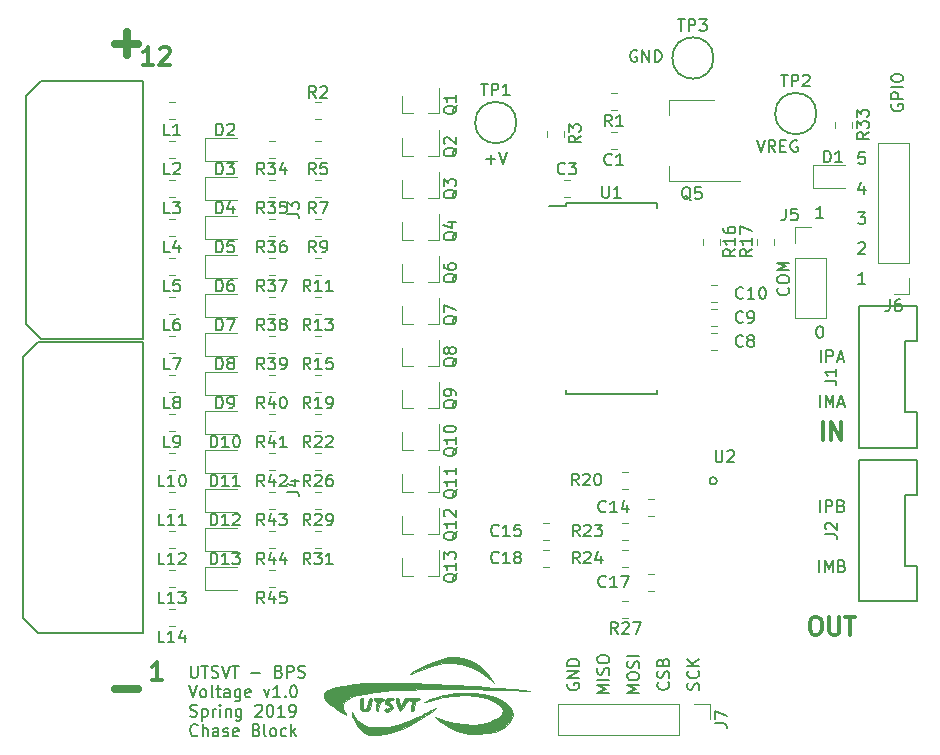
<source format=gbr>
%TF.GenerationSoftware,KiCad,Pcbnew,(5.0.0)*%
%TF.CreationDate,2019-02-02T21:12:50-06:00*%
%TF.ProjectId,BPSVoltage,425053566F6C746167652E6B69636164,rev?*%
%TF.SameCoordinates,Original*%
%TF.FileFunction,Legend,Top*%
%TF.FilePolarity,Positive*%
%FSLAX46Y46*%
G04 Gerber Fmt 4.6, Leading zero omitted, Abs format (unit mm)*
G04 Created by KiCad (PCBNEW (5.0.0)) date 02/02/19 21:12:50*
%MOMM*%
%LPD*%
G01*
G04 APERTURE LIST*
%ADD10C,0.150000*%
%ADD11C,0.300000*%
%ADD12C,0.635000*%
%ADD13C,0.120000*%
%ADD14C,0.127000*%
%ADD15C,0.010000*%
G04 APERTURE END LIST*
D10*
X57485595Y-107467380D02*
X57485595Y-108276904D01*
X57533214Y-108372142D01*
X57580833Y-108419761D01*
X57676071Y-108467380D01*
X57866547Y-108467380D01*
X57961785Y-108419761D01*
X58009404Y-108372142D01*
X58057023Y-108276904D01*
X58057023Y-107467380D01*
X58390357Y-107467380D02*
X58961785Y-107467380D01*
X58676071Y-108467380D02*
X58676071Y-107467380D01*
X59247500Y-108419761D02*
X59390357Y-108467380D01*
X59628452Y-108467380D01*
X59723690Y-108419761D01*
X59771309Y-108372142D01*
X59818928Y-108276904D01*
X59818928Y-108181666D01*
X59771309Y-108086428D01*
X59723690Y-108038809D01*
X59628452Y-107991190D01*
X59437976Y-107943571D01*
X59342738Y-107895952D01*
X59295119Y-107848333D01*
X59247500Y-107753095D01*
X59247500Y-107657857D01*
X59295119Y-107562619D01*
X59342738Y-107515000D01*
X59437976Y-107467380D01*
X59676071Y-107467380D01*
X59818928Y-107515000D01*
X60104642Y-107467380D02*
X60437976Y-108467380D01*
X60771309Y-107467380D01*
X60961785Y-107467380D02*
X61533214Y-107467380D01*
X61247500Y-108467380D02*
X61247500Y-107467380D01*
X62628452Y-108086428D02*
X63390357Y-108086428D01*
X64961785Y-107943571D02*
X65104642Y-107991190D01*
X65152261Y-108038809D01*
X65199880Y-108134047D01*
X65199880Y-108276904D01*
X65152261Y-108372142D01*
X65104642Y-108419761D01*
X65009404Y-108467380D01*
X64628452Y-108467380D01*
X64628452Y-107467380D01*
X64961785Y-107467380D01*
X65057023Y-107515000D01*
X65104642Y-107562619D01*
X65152261Y-107657857D01*
X65152261Y-107753095D01*
X65104642Y-107848333D01*
X65057023Y-107895952D01*
X64961785Y-107943571D01*
X64628452Y-107943571D01*
X65628452Y-108467380D02*
X65628452Y-107467380D01*
X66009404Y-107467380D01*
X66104642Y-107515000D01*
X66152261Y-107562619D01*
X66199880Y-107657857D01*
X66199880Y-107800714D01*
X66152261Y-107895952D01*
X66104642Y-107943571D01*
X66009404Y-107991190D01*
X65628452Y-107991190D01*
X66580833Y-108419761D02*
X66723690Y-108467380D01*
X66961785Y-108467380D01*
X67057023Y-108419761D01*
X67104642Y-108372142D01*
X67152261Y-108276904D01*
X67152261Y-108181666D01*
X67104642Y-108086428D01*
X67057023Y-108038809D01*
X66961785Y-107991190D01*
X66771309Y-107943571D01*
X66676071Y-107895952D01*
X66628452Y-107848333D01*
X66580833Y-107753095D01*
X66580833Y-107657857D01*
X66628452Y-107562619D01*
X66676071Y-107515000D01*
X66771309Y-107467380D01*
X67009404Y-107467380D01*
X67152261Y-107515000D01*
X57342738Y-109117380D02*
X57676071Y-110117380D01*
X58009404Y-109117380D01*
X58485595Y-110117380D02*
X58390357Y-110069761D01*
X58342738Y-110022142D01*
X58295119Y-109926904D01*
X58295119Y-109641190D01*
X58342738Y-109545952D01*
X58390357Y-109498333D01*
X58485595Y-109450714D01*
X58628452Y-109450714D01*
X58723690Y-109498333D01*
X58771309Y-109545952D01*
X58818928Y-109641190D01*
X58818928Y-109926904D01*
X58771309Y-110022142D01*
X58723690Y-110069761D01*
X58628452Y-110117380D01*
X58485595Y-110117380D01*
X59390357Y-110117380D02*
X59295119Y-110069761D01*
X59247500Y-109974523D01*
X59247500Y-109117380D01*
X59628452Y-109450714D02*
X60009404Y-109450714D01*
X59771309Y-109117380D02*
X59771309Y-109974523D01*
X59818928Y-110069761D01*
X59914166Y-110117380D01*
X60009404Y-110117380D01*
X60771309Y-110117380D02*
X60771309Y-109593571D01*
X60723690Y-109498333D01*
X60628452Y-109450714D01*
X60437976Y-109450714D01*
X60342738Y-109498333D01*
X60771309Y-110069761D02*
X60676071Y-110117380D01*
X60437976Y-110117380D01*
X60342738Y-110069761D01*
X60295119Y-109974523D01*
X60295119Y-109879285D01*
X60342738Y-109784047D01*
X60437976Y-109736428D01*
X60676071Y-109736428D01*
X60771309Y-109688809D01*
X61676071Y-109450714D02*
X61676071Y-110260238D01*
X61628452Y-110355476D01*
X61580833Y-110403095D01*
X61485595Y-110450714D01*
X61342738Y-110450714D01*
X61247500Y-110403095D01*
X61676071Y-110069761D02*
X61580833Y-110117380D01*
X61390357Y-110117380D01*
X61295119Y-110069761D01*
X61247500Y-110022142D01*
X61199880Y-109926904D01*
X61199880Y-109641190D01*
X61247500Y-109545952D01*
X61295119Y-109498333D01*
X61390357Y-109450714D01*
X61580833Y-109450714D01*
X61676071Y-109498333D01*
X62533214Y-110069761D02*
X62437976Y-110117380D01*
X62247500Y-110117380D01*
X62152261Y-110069761D01*
X62104642Y-109974523D01*
X62104642Y-109593571D01*
X62152261Y-109498333D01*
X62247500Y-109450714D01*
X62437976Y-109450714D01*
X62533214Y-109498333D01*
X62580833Y-109593571D01*
X62580833Y-109688809D01*
X62104642Y-109784047D01*
X63676071Y-109450714D02*
X63914166Y-110117380D01*
X64152261Y-109450714D01*
X65057023Y-110117380D02*
X64485595Y-110117380D01*
X64771309Y-110117380D02*
X64771309Y-109117380D01*
X64676071Y-109260238D01*
X64580833Y-109355476D01*
X64485595Y-109403095D01*
X65485595Y-110022142D02*
X65533214Y-110069761D01*
X65485595Y-110117380D01*
X65437976Y-110069761D01*
X65485595Y-110022142D01*
X65485595Y-110117380D01*
X66152261Y-109117380D02*
X66247500Y-109117380D01*
X66342738Y-109165000D01*
X66390357Y-109212619D01*
X66437976Y-109307857D01*
X66485595Y-109498333D01*
X66485595Y-109736428D01*
X66437976Y-109926904D01*
X66390357Y-110022142D01*
X66342738Y-110069761D01*
X66247500Y-110117380D01*
X66152261Y-110117380D01*
X66057023Y-110069761D01*
X66009404Y-110022142D01*
X65961785Y-109926904D01*
X65914166Y-109736428D01*
X65914166Y-109498333D01*
X65961785Y-109307857D01*
X66009404Y-109212619D01*
X66057023Y-109165000D01*
X66152261Y-109117380D01*
X57437976Y-111719761D02*
X57580833Y-111767380D01*
X57818928Y-111767380D01*
X57914166Y-111719761D01*
X57961785Y-111672142D01*
X58009404Y-111576904D01*
X58009404Y-111481666D01*
X57961785Y-111386428D01*
X57914166Y-111338809D01*
X57818928Y-111291190D01*
X57628452Y-111243571D01*
X57533214Y-111195952D01*
X57485595Y-111148333D01*
X57437976Y-111053095D01*
X57437976Y-110957857D01*
X57485595Y-110862619D01*
X57533214Y-110815000D01*
X57628452Y-110767380D01*
X57866547Y-110767380D01*
X58009404Y-110815000D01*
X58437976Y-111100714D02*
X58437976Y-112100714D01*
X58437976Y-111148333D02*
X58533214Y-111100714D01*
X58723690Y-111100714D01*
X58818928Y-111148333D01*
X58866547Y-111195952D01*
X58914166Y-111291190D01*
X58914166Y-111576904D01*
X58866547Y-111672142D01*
X58818928Y-111719761D01*
X58723690Y-111767380D01*
X58533214Y-111767380D01*
X58437976Y-111719761D01*
X59342738Y-111767380D02*
X59342738Y-111100714D01*
X59342738Y-111291190D02*
X59390357Y-111195952D01*
X59437976Y-111148333D01*
X59533214Y-111100714D01*
X59628452Y-111100714D01*
X59961785Y-111767380D02*
X59961785Y-111100714D01*
X59961785Y-110767380D02*
X59914166Y-110815000D01*
X59961785Y-110862619D01*
X60009404Y-110815000D01*
X59961785Y-110767380D01*
X59961785Y-110862619D01*
X60437976Y-111100714D02*
X60437976Y-111767380D01*
X60437976Y-111195952D02*
X60485595Y-111148333D01*
X60580833Y-111100714D01*
X60723690Y-111100714D01*
X60818928Y-111148333D01*
X60866547Y-111243571D01*
X60866547Y-111767380D01*
X61771309Y-111100714D02*
X61771309Y-111910238D01*
X61723690Y-112005476D01*
X61676071Y-112053095D01*
X61580833Y-112100714D01*
X61437976Y-112100714D01*
X61342738Y-112053095D01*
X61771309Y-111719761D02*
X61676071Y-111767380D01*
X61485595Y-111767380D01*
X61390357Y-111719761D01*
X61342738Y-111672142D01*
X61295119Y-111576904D01*
X61295119Y-111291190D01*
X61342738Y-111195952D01*
X61390357Y-111148333D01*
X61485595Y-111100714D01*
X61676071Y-111100714D01*
X61771309Y-111148333D01*
X62961785Y-110862619D02*
X63009404Y-110815000D01*
X63104642Y-110767380D01*
X63342738Y-110767380D01*
X63437976Y-110815000D01*
X63485595Y-110862619D01*
X63533214Y-110957857D01*
X63533214Y-111053095D01*
X63485595Y-111195952D01*
X62914166Y-111767380D01*
X63533214Y-111767380D01*
X64152261Y-110767380D02*
X64247500Y-110767380D01*
X64342738Y-110815000D01*
X64390357Y-110862619D01*
X64437976Y-110957857D01*
X64485595Y-111148333D01*
X64485595Y-111386428D01*
X64437976Y-111576904D01*
X64390357Y-111672142D01*
X64342738Y-111719761D01*
X64247500Y-111767380D01*
X64152261Y-111767380D01*
X64057023Y-111719761D01*
X64009404Y-111672142D01*
X63961785Y-111576904D01*
X63914166Y-111386428D01*
X63914166Y-111148333D01*
X63961785Y-110957857D01*
X64009404Y-110862619D01*
X64057023Y-110815000D01*
X64152261Y-110767380D01*
X65437976Y-111767380D02*
X64866547Y-111767380D01*
X65152261Y-111767380D02*
X65152261Y-110767380D01*
X65057023Y-110910238D01*
X64961785Y-111005476D01*
X64866547Y-111053095D01*
X65914166Y-111767380D02*
X66104642Y-111767380D01*
X66199880Y-111719761D01*
X66247500Y-111672142D01*
X66342738Y-111529285D01*
X66390357Y-111338809D01*
X66390357Y-110957857D01*
X66342738Y-110862619D01*
X66295119Y-110815000D01*
X66199880Y-110767380D01*
X66009404Y-110767380D01*
X65914166Y-110815000D01*
X65866547Y-110862619D01*
X65818928Y-110957857D01*
X65818928Y-111195952D01*
X65866547Y-111291190D01*
X65914166Y-111338809D01*
X66009404Y-111386428D01*
X66199880Y-111386428D01*
X66295119Y-111338809D01*
X66342738Y-111291190D01*
X66390357Y-111195952D01*
X58057023Y-113322142D02*
X58009404Y-113369761D01*
X57866547Y-113417380D01*
X57771309Y-113417380D01*
X57628452Y-113369761D01*
X57533214Y-113274523D01*
X57485595Y-113179285D01*
X57437976Y-112988809D01*
X57437976Y-112845952D01*
X57485595Y-112655476D01*
X57533214Y-112560238D01*
X57628452Y-112465000D01*
X57771309Y-112417380D01*
X57866547Y-112417380D01*
X58009404Y-112465000D01*
X58057023Y-112512619D01*
X58485595Y-113417380D02*
X58485595Y-112417380D01*
X58914166Y-113417380D02*
X58914166Y-112893571D01*
X58866547Y-112798333D01*
X58771309Y-112750714D01*
X58628452Y-112750714D01*
X58533214Y-112798333D01*
X58485595Y-112845952D01*
X59818928Y-113417380D02*
X59818928Y-112893571D01*
X59771309Y-112798333D01*
X59676071Y-112750714D01*
X59485595Y-112750714D01*
X59390357Y-112798333D01*
X59818928Y-113369761D02*
X59723690Y-113417380D01*
X59485595Y-113417380D01*
X59390357Y-113369761D01*
X59342738Y-113274523D01*
X59342738Y-113179285D01*
X59390357Y-113084047D01*
X59485595Y-113036428D01*
X59723690Y-113036428D01*
X59818928Y-112988809D01*
X60247500Y-113369761D02*
X60342738Y-113417380D01*
X60533214Y-113417380D01*
X60628452Y-113369761D01*
X60676071Y-113274523D01*
X60676071Y-113226904D01*
X60628452Y-113131666D01*
X60533214Y-113084047D01*
X60390357Y-113084047D01*
X60295119Y-113036428D01*
X60247500Y-112941190D01*
X60247500Y-112893571D01*
X60295119Y-112798333D01*
X60390357Y-112750714D01*
X60533214Y-112750714D01*
X60628452Y-112798333D01*
X61485595Y-113369761D02*
X61390357Y-113417380D01*
X61199880Y-113417380D01*
X61104642Y-113369761D01*
X61057023Y-113274523D01*
X61057023Y-112893571D01*
X61104642Y-112798333D01*
X61199880Y-112750714D01*
X61390357Y-112750714D01*
X61485595Y-112798333D01*
X61533214Y-112893571D01*
X61533214Y-112988809D01*
X61057023Y-113084047D01*
X63057023Y-112893571D02*
X63199880Y-112941190D01*
X63247500Y-112988809D01*
X63295119Y-113084047D01*
X63295119Y-113226904D01*
X63247500Y-113322142D01*
X63199880Y-113369761D01*
X63104642Y-113417380D01*
X62723690Y-113417380D01*
X62723690Y-112417380D01*
X63057023Y-112417380D01*
X63152261Y-112465000D01*
X63199880Y-112512619D01*
X63247500Y-112607857D01*
X63247500Y-112703095D01*
X63199880Y-112798333D01*
X63152261Y-112845952D01*
X63057023Y-112893571D01*
X62723690Y-112893571D01*
X63866547Y-113417380D02*
X63771309Y-113369761D01*
X63723690Y-113274523D01*
X63723690Y-112417380D01*
X64390357Y-113417380D02*
X64295119Y-113369761D01*
X64247500Y-113322142D01*
X64199880Y-113226904D01*
X64199880Y-112941190D01*
X64247500Y-112845952D01*
X64295119Y-112798333D01*
X64390357Y-112750714D01*
X64533214Y-112750714D01*
X64628452Y-112798333D01*
X64676071Y-112845952D01*
X64723690Y-112941190D01*
X64723690Y-113226904D01*
X64676071Y-113322142D01*
X64628452Y-113369761D01*
X64533214Y-113417380D01*
X64390357Y-113417380D01*
X65580833Y-113369761D02*
X65485595Y-113417380D01*
X65295119Y-113417380D01*
X65199880Y-113369761D01*
X65152261Y-113322142D01*
X65104642Y-113226904D01*
X65104642Y-112941190D01*
X65152261Y-112845952D01*
X65199880Y-112798333D01*
X65295119Y-112750714D01*
X65485595Y-112750714D01*
X65580833Y-112798333D01*
X66009404Y-113417380D02*
X66009404Y-112417380D01*
X66104642Y-113036428D02*
X66390357Y-113417380D01*
X66390357Y-112750714D02*
X66009404Y-113131666D01*
X110760000Y-85542380D02*
X110760000Y-84542380D01*
X111236190Y-85542380D02*
X111236190Y-84542380D01*
X111569523Y-85256666D01*
X111902857Y-84542380D01*
X111902857Y-85542380D01*
X112331428Y-85256666D02*
X112807619Y-85256666D01*
X112236190Y-85542380D02*
X112569523Y-84542380D01*
X112902857Y-85542380D01*
X110831428Y-81732380D02*
X110831428Y-80732380D01*
X111307619Y-81732380D02*
X111307619Y-80732380D01*
X111688571Y-80732380D01*
X111783809Y-80780000D01*
X111831428Y-80827619D01*
X111879047Y-80922857D01*
X111879047Y-81065714D01*
X111831428Y-81160952D01*
X111783809Y-81208571D01*
X111688571Y-81256190D01*
X111307619Y-81256190D01*
X112260000Y-81446666D02*
X112736190Y-81446666D01*
X112164761Y-81732380D02*
X112498095Y-80732380D01*
X112831428Y-81732380D01*
X110688571Y-99512380D02*
X110688571Y-98512380D01*
X111164761Y-99512380D02*
X111164761Y-98512380D01*
X111498095Y-99226666D01*
X111831428Y-98512380D01*
X111831428Y-99512380D01*
X112640952Y-98988571D02*
X112783809Y-99036190D01*
X112831428Y-99083809D01*
X112879047Y-99179047D01*
X112879047Y-99321904D01*
X112831428Y-99417142D01*
X112783809Y-99464761D01*
X112688571Y-99512380D01*
X112307619Y-99512380D01*
X112307619Y-98512380D01*
X112640952Y-98512380D01*
X112736190Y-98560000D01*
X112783809Y-98607619D01*
X112831428Y-98702857D01*
X112831428Y-98798095D01*
X112783809Y-98893333D01*
X112736190Y-98940952D01*
X112640952Y-98988571D01*
X112307619Y-98988571D01*
X110760000Y-94432380D02*
X110760000Y-93432380D01*
X111236190Y-94432380D02*
X111236190Y-93432380D01*
X111617142Y-93432380D01*
X111712380Y-93480000D01*
X111760000Y-93527619D01*
X111807619Y-93622857D01*
X111807619Y-93765714D01*
X111760000Y-93860952D01*
X111712380Y-93908571D01*
X111617142Y-93956190D01*
X111236190Y-93956190D01*
X112569523Y-93908571D02*
X112712380Y-93956190D01*
X112760000Y-94003809D01*
X112807619Y-94099047D01*
X112807619Y-94241904D01*
X112760000Y-94337142D01*
X112712380Y-94384761D01*
X112617142Y-94432380D01*
X112236190Y-94432380D01*
X112236190Y-93432380D01*
X112569523Y-93432380D01*
X112664761Y-93480000D01*
X112712380Y-93527619D01*
X112760000Y-93622857D01*
X112760000Y-93718095D01*
X112712380Y-93813333D01*
X112664761Y-93860952D01*
X112569523Y-93908571D01*
X112236190Y-93908571D01*
X105402285Y-62952380D02*
X105735619Y-63952380D01*
X106068952Y-62952380D01*
X106973714Y-63952380D02*
X106640380Y-63476190D01*
X106402285Y-63952380D02*
X106402285Y-62952380D01*
X106783238Y-62952380D01*
X106878476Y-63000000D01*
X106926095Y-63047619D01*
X106973714Y-63142857D01*
X106973714Y-63285714D01*
X106926095Y-63380952D01*
X106878476Y-63428571D01*
X106783238Y-63476190D01*
X106402285Y-63476190D01*
X107402285Y-63428571D02*
X107735619Y-63428571D01*
X107878476Y-63952380D02*
X107402285Y-63952380D01*
X107402285Y-62952380D01*
X107878476Y-62952380D01*
X108830857Y-63000000D02*
X108735619Y-62952380D01*
X108592761Y-62952380D01*
X108449904Y-63000000D01*
X108354666Y-63095238D01*
X108307047Y-63190476D01*
X108259428Y-63380952D01*
X108259428Y-63523809D01*
X108307047Y-63714285D01*
X108354666Y-63809523D01*
X108449904Y-63904761D01*
X108592761Y-63952380D01*
X108687999Y-63952380D01*
X108830857Y-63904761D01*
X108878476Y-63857142D01*
X108878476Y-63523809D01*
X108687999Y-63523809D01*
X95250095Y-55380000D02*
X95154857Y-55332380D01*
X95012000Y-55332380D01*
X94869142Y-55380000D01*
X94773904Y-55475238D01*
X94726285Y-55570476D01*
X94678666Y-55760952D01*
X94678666Y-55903809D01*
X94726285Y-56094285D01*
X94773904Y-56189523D01*
X94869142Y-56284761D01*
X95012000Y-56332380D01*
X95107238Y-56332380D01*
X95250095Y-56284761D01*
X95297714Y-56237142D01*
X95297714Y-55903809D01*
X95107238Y-55903809D01*
X95726285Y-56332380D02*
X95726285Y-55332380D01*
X96297714Y-56332380D01*
X96297714Y-55332380D01*
X96773904Y-56332380D02*
X96773904Y-55332380D01*
X97012000Y-55332380D01*
X97154857Y-55380000D01*
X97250095Y-55475238D01*
X97297714Y-55570476D01*
X97345333Y-55760952D01*
X97345333Y-55903809D01*
X97297714Y-56094285D01*
X97250095Y-56189523D01*
X97154857Y-56284761D01*
X97012000Y-56332380D01*
X96773904Y-56332380D01*
X82502476Y-64587428D02*
X83264380Y-64587428D01*
X82883428Y-64968380D02*
X82883428Y-64206476D01*
X83597714Y-63968380D02*
X83931047Y-64968380D01*
X84264380Y-63968380D01*
X108053142Y-75461714D02*
X108100761Y-75509333D01*
X108148380Y-75652190D01*
X108148380Y-75747428D01*
X108100761Y-75890285D01*
X108005523Y-75985523D01*
X107910285Y-76033142D01*
X107719809Y-76080761D01*
X107576952Y-76080761D01*
X107386476Y-76033142D01*
X107291238Y-75985523D01*
X107196000Y-75890285D01*
X107148380Y-75747428D01*
X107148380Y-75652190D01*
X107196000Y-75509333D01*
X107243619Y-75461714D01*
X107148380Y-74842666D02*
X107148380Y-74652190D01*
X107196000Y-74556952D01*
X107291238Y-74461714D01*
X107481714Y-74414095D01*
X107815047Y-74414095D01*
X108005523Y-74461714D01*
X108100761Y-74556952D01*
X108148380Y-74652190D01*
X108148380Y-74842666D01*
X108100761Y-74937904D01*
X108005523Y-75033142D01*
X107815047Y-75080761D01*
X107481714Y-75080761D01*
X107291238Y-75033142D01*
X107196000Y-74937904D01*
X107148380Y-74842666D01*
X108148380Y-73985523D02*
X107148380Y-73985523D01*
X107862666Y-73652190D01*
X107148380Y-73318857D01*
X108148380Y-73318857D01*
X111029714Y-69540380D02*
X110458285Y-69540380D01*
X110744000Y-69540380D02*
X110744000Y-68540380D01*
X110648761Y-68683238D01*
X110553523Y-68778476D01*
X110458285Y-68826095D01*
X110696380Y-78700380D02*
X110791619Y-78700380D01*
X110886857Y-78748000D01*
X110934476Y-78795619D01*
X110982095Y-78890857D01*
X111029714Y-79081333D01*
X111029714Y-79319428D01*
X110982095Y-79509904D01*
X110934476Y-79605142D01*
X110886857Y-79652761D01*
X110791619Y-79700380D01*
X110696380Y-79700380D01*
X110601142Y-79652761D01*
X110553523Y-79605142D01*
X110505904Y-79509904D01*
X110458285Y-79319428D01*
X110458285Y-79081333D01*
X110505904Y-78890857D01*
X110553523Y-78795619D01*
X110601142Y-78748000D01*
X110696380Y-78700380D01*
X116848000Y-59928000D02*
X116800380Y-60023238D01*
X116800380Y-60166095D01*
X116848000Y-60308952D01*
X116943238Y-60404190D01*
X117038476Y-60451809D01*
X117228952Y-60499428D01*
X117371809Y-60499428D01*
X117562285Y-60451809D01*
X117657523Y-60404190D01*
X117752761Y-60308952D01*
X117800380Y-60166095D01*
X117800380Y-60070857D01*
X117752761Y-59928000D01*
X117705142Y-59880380D01*
X117371809Y-59880380D01*
X117371809Y-60070857D01*
X117800380Y-59451809D02*
X116800380Y-59451809D01*
X116800380Y-59070857D01*
X116848000Y-58975619D01*
X116895619Y-58928000D01*
X116990857Y-58880380D01*
X117133714Y-58880380D01*
X117228952Y-58928000D01*
X117276571Y-58975619D01*
X117324190Y-59070857D01*
X117324190Y-59451809D01*
X117800380Y-58451809D02*
X116800380Y-58451809D01*
X116800380Y-57785142D02*
X116800380Y-57594666D01*
X116848000Y-57499428D01*
X116943238Y-57404190D01*
X117133714Y-57356571D01*
X117467047Y-57356571D01*
X117657523Y-57404190D01*
X117752761Y-57499428D01*
X117800380Y-57594666D01*
X117800380Y-57785142D01*
X117752761Y-57880380D01*
X117657523Y-57975619D01*
X117467047Y-58023238D01*
X117133714Y-58023238D01*
X116943238Y-57975619D01*
X116848000Y-57880380D01*
X116800380Y-57785142D01*
X114538095Y-63968380D02*
X114061904Y-63968380D01*
X114014285Y-64444571D01*
X114061904Y-64396952D01*
X114157142Y-64349333D01*
X114395238Y-64349333D01*
X114490476Y-64396952D01*
X114538095Y-64444571D01*
X114585714Y-64539809D01*
X114585714Y-64777904D01*
X114538095Y-64873142D01*
X114490476Y-64920761D01*
X114395238Y-64968380D01*
X114157142Y-64968380D01*
X114061904Y-64920761D01*
X114014285Y-64873142D01*
X114490476Y-66841714D02*
X114490476Y-67508380D01*
X114252380Y-66460761D02*
X114014285Y-67175047D01*
X114633333Y-67175047D01*
X113966666Y-69048380D02*
X114585714Y-69048380D01*
X114252380Y-69429333D01*
X114395238Y-69429333D01*
X114490476Y-69476952D01*
X114538095Y-69524571D01*
X114585714Y-69619809D01*
X114585714Y-69857904D01*
X114538095Y-69953142D01*
X114490476Y-70000761D01*
X114395238Y-70048380D01*
X114109523Y-70048380D01*
X114014285Y-70000761D01*
X113966666Y-69953142D01*
X114014285Y-71683619D02*
X114061904Y-71636000D01*
X114157142Y-71588380D01*
X114395238Y-71588380D01*
X114490476Y-71636000D01*
X114538095Y-71683619D01*
X114585714Y-71778857D01*
X114585714Y-71874095D01*
X114538095Y-72016952D01*
X113966666Y-72588380D01*
X114585714Y-72588380D01*
X114585714Y-75128380D02*
X114014285Y-75128380D01*
X114300000Y-75128380D02*
X114300000Y-74128380D01*
X114204761Y-74271238D01*
X114109523Y-74366476D01*
X114014285Y-74414095D01*
X100480761Y-109489714D02*
X100528380Y-109346857D01*
X100528380Y-109108761D01*
X100480761Y-109013523D01*
X100433142Y-108965904D01*
X100337904Y-108918285D01*
X100242666Y-108918285D01*
X100147428Y-108965904D01*
X100099809Y-109013523D01*
X100052190Y-109108761D01*
X100004571Y-109299238D01*
X99956952Y-109394476D01*
X99909333Y-109442095D01*
X99814095Y-109489714D01*
X99718857Y-109489714D01*
X99623619Y-109442095D01*
X99576000Y-109394476D01*
X99528380Y-109299238D01*
X99528380Y-109061142D01*
X99576000Y-108918285D01*
X100433142Y-107918285D02*
X100480761Y-107965904D01*
X100528380Y-108108761D01*
X100528380Y-108204000D01*
X100480761Y-108346857D01*
X100385523Y-108442095D01*
X100290285Y-108489714D01*
X100099809Y-108537333D01*
X99956952Y-108537333D01*
X99766476Y-108489714D01*
X99671238Y-108442095D01*
X99576000Y-108346857D01*
X99528380Y-108204000D01*
X99528380Y-108108761D01*
X99576000Y-107965904D01*
X99623619Y-107918285D01*
X100528380Y-107489714D02*
X99528380Y-107489714D01*
X100528380Y-106918285D02*
X99956952Y-107346857D01*
X99528380Y-106918285D02*
X100099809Y-107489714D01*
X97893142Y-108870666D02*
X97940761Y-108918285D01*
X97988380Y-109061142D01*
X97988380Y-109156380D01*
X97940761Y-109299238D01*
X97845523Y-109394476D01*
X97750285Y-109442095D01*
X97559809Y-109489714D01*
X97416952Y-109489714D01*
X97226476Y-109442095D01*
X97131238Y-109394476D01*
X97036000Y-109299238D01*
X96988380Y-109156380D01*
X96988380Y-109061142D01*
X97036000Y-108918285D01*
X97083619Y-108870666D01*
X97940761Y-108489714D02*
X97988380Y-108346857D01*
X97988380Y-108108761D01*
X97940761Y-108013523D01*
X97893142Y-107965904D01*
X97797904Y-107918285D01*
X97702666Y-107918285D01*
X97607428Y-107965904D01*
X97559809Y-108013523D01*
X97512190Y-108108761D01*
X97464571Y-108299238D01*
X97416952Y-108394476D01*
X97369333Y-108442095D01*
X97274095Y-108489714D01*
X97178857Y-108489714D01*
X97083619Y-108442095D01*
X97036000Y-108394476D01*
X96988380Y-108299238D01*
X96988380Y-108061142D01*
X97036000Y-107918285D01*
X97464571Y-107156380D02*
X97512190Y-107013523D01*
X97559809Y-106965904D01*
X97655047Y-106918285D01*
X97797904Y-106918285D01*
X97893142Y-106965904D01*
X97940761Y-107013523D01*
X97988380Y-107108761D01*
X97988380Y-107489714D01*
X96988380Y-107489714D01*
X96988380Y-107156380D01*
X97036000Y-107061142D01*
X97083619Y-107013523D01*
X97178857Y-106965904D01*
X97274095Y-106965904D01*
X97369333Y-107013523D01*
X97416952Y-107061142D01*
X97464571Y-107156380D01*
X97464571Y-107489714D01*
X95448380Y-109775428D02*
X94448380Y-109775428D01*
X95162666Y-109442095D01*
X94448380Y-109108761D01*
X95448380Y-109108761D01*
X94448380Y-108442095D02*
X94448380Y-108251619D01*
X94496000Y-108156380D01*
X94591238Y-108061142D01*
X94781714Y-108013523D01*
X95115047Y-108013523D01*
X95305523Y-108061142D01*
X95400761Y-108156380D01*
X95448380Y-108251619D01*
X95448380Y-108442095D01*
X95400761Y-108537333D01*
X95305523Y-108632571D01*
X95115047Y-108680190D01*
X94781714Y-108680190D01*
X94591238Y-108632571D01*
X94496000Y-108537333D01*
X94448380Y-108442095D01*
X95400761Y-107632571D02*
X95448380Y-107489714D01*
X95448380Y-107251619D01*
X95400761Y-107156380D01*
X95353142Y-107108761D01*
X95257904Y-107061142D01*
X95162666Y-107061142D01*
X95067428Y-107108761D01*
X95019809Y-107156380D01*
X94972190Y-107251619D01*
X94924571Y-107442095D01*
X94876952Y-107537333D01*
X94829333Y-107584952D01*
X94734095Y-107632571D01*
X94638857Y-107632571D01*
X94543619Y-107584952D01*
X94496000Y-107537333D01*
X94448380Y-107442095D01*
X94448380Y-107204000D01*
X94496000Y-107061142D01*
X95448380Y-106632571D02*
X94448380Y-106632571D01*
X92908380Y-109775428D02*
X91908380Y-109775428D01*
X92622666Y-109442095D01*
X91908380Y-109108761D01*
X92908380Y-109108761D01*
X92908380Y-108632571D02*
X91908380Y-108632571D01*
X92860761Y-108204000D02*
X92908380Y-108061142D01*
X92908380Y-107823047D01*
X92860761Y-107727809D01*
X92813142Y-107680190D01*
X92717904Y-107632571D01*
X92622666Y-107632571D01*
X92527428Y-107680190D01*
X92479809Y-107727809D01*
X92432190Y-107823047D01*
X92384571Y-108013523D01*
X92336952Y-108108761D01*
X92289333Y-108156380D01*
X92194095Y-108204000D01*
X92098857Y-108204000D01*
X92003619Y-108156380D01*
X91956000Y-108108761D01*
X91908380Y-108013523D01*
X91908380Y-107775428D01*
X91956000Y-107632571D01*
X91908380Y-107013523D02*
X91908380Y-106823047D01*
X91956000Y-106727809D01*
X92051238Y-106632571D01*
X92241714Y-106584952D01*
X92575047Y-106584952D01*
X92765523Y-106632571D01*
X92860761Y-106727809D01*
X92908380Y-106823047D01*
X92908380Y-107013523D01*
X92860761Y-107108761D01*
X92765523Y-107204000D01*
X92575047Y-107251619D01*
X92241714Y-107251619D01*
X92051238Y-107204000D01*
X91956000Y-107108761D01*
X91908380Y-107013523D01*
X89416000Y-108965904D02*
X89368380Y-109061142D01*
X89368380Y-109204000D01*
X89416000Y-109346857D01*
X89511238Y-109442095D01*
X89606476Y-109489714D01*
X89796952Y-109537333D01*
X89939809Y-109537333D01*
X90130285Y-109489714D01*
X90225523Y-109442095D01*
X90320761Y-109346857D01*
X90368380Y-109204000D01*
X90368380Y-109108761D01*
X90320761Y-108965904D01*
X90273142Y-108918285D01*
X89939809Y-108918285D01*
X89939809Y-109108761D01*
X90368380Y-108489714D02*
X89368380Y-108489714D01*
X90368380Y-107918285D01*
X89368380Y-107918285D01*
X90368380Y-107442095D02*
X89368380Y-107442095D01*
X89368380Y-107204000D01*
X89416000Y-107061142D01*
X89511238Y-106965904D01*
X89606476Y-106918285D01*
X89796952Y-106870666D01*
X89939809Y-106870666D01*
X90130285Y-106918285D01*
X90225523Y-106965904D01*
X90320761Y-107061142D01*
X90368380Y-107204000D01*
X90368380Y-107442095D01*
D11*
X110260000Y-103318571D02*
X110545714Y-103318571D01*
X110688571Y-103390000D01*
X110831428Y-103532857D01*
X110902857Y-103818571D01*
X110902857Y-104318571D01*
X110831428Y-104604285D01*
X110688571Y-104747142D01*
X110545714Y-104818571D01*
X110260000Y-104818571D01*
X110117142Y-104747142D01*
X109974285Y-104604285D01*
X109902857Y-104318571D01*
X109902857Y-103818571D01*
X109974285Y-103532857D01*
X110117142Y-103390000D01*
X110260000Y-103318571D01*
X111545714Y-103318571D02*
X111545714Y-104532857D01*
X111617142Y-104675714D01*
X111688571Y-104747142D01*
X111831428Y-104818571D01*
X112117142Y-104818571D01*
X112260000Y-104747142D01*
X112331428Y-104675714D01*
X112402857Y-104532857D01*
X112402857Y-103318571D01*
X112902857Y-103318571D02*
X113760000Y-103318571D01*
X113331428Y-104818571D02*
X113331428Y-103318571D01*
X110974285Y-88308571D02*
X110974285Y-86808571D01*
X111688571Y-88308571D02*
X111688571Y-86808571D01*
X112545714Y-88308571D01*
X112545714Y-86808571D01*
X54324285Y-56558571D02*
X53467142Y-56558571D01*
X53895714Y-56558571D02*
X53895714Y-55058571D01*
X53752857Y-55272857D01*
X53610000Y-55415714D01*
X53467142Y-55487142D01*
X54895714Y-55201428D02*
X54967142Y-55130000D01*
X55110000Y-55058571D01*
X55467142Y-55058571D01*
X55610000Y-55130000D01*
X55681428Y-55201428D01*
X55752857Y-55344285D01*
X55752857Y-55487142D01*
X55681428Y-55701428D01*
X54824285Y-56558571D01*
X55752857Y-56558571D01*
X55038571Y-108628571D02*
X54181428Y-108628571D01*
X54610000Y-108628571D02*
X54610000Y-107128571D01*
X54467142Y-107342857D01*
X54324285Y-107485714D01*
X54181428Y-107557142D01*
D12*
X51102380Y-54791428D02*
X53037619Y-54791428D01*
X52070000Y-55759047D02*
X52070000Y-53823809D01*
X51102380Y-109401428D02*
X53037619Y-109401428D01*
D13*
X75382000Y-67832000D02*
X75382000Y-66372000D01*
X78542000Y-67832000D02*
X78542000Y-65672000D01*
X78542000Y-67832000D02*
X77612000Y-67832000D01*
X75382000Y-67832000D02*
X76312000Y-67832000D01*
X93555078Y-62282000D02*
X93037922Y-62282000D01*
X93555078Y-63702000D02*
X93037922Y-63702000D01*
X89070922Y-66346000D02*
X89588078Y-66346000D01*
X89070922Y-67766000D02*
X89588078Y-67766000D01*
X101516922Y-79300000D02*
X102034078Y-79300000D01*
X101516922Y-80720000D02*
X102034078Y-80720000D01*
X101516922Y-78688000D02*
X102034078Y-78688000D01*
X101516922Y-77268000D02*
X102034078Y-77268000D01*
X101516922Y-75236000D02*
X102034078Y-75236000D01*
X101516922Y-76656000D02*
X102034078Y-76656000D01*
X96748078Y-94738000D02*
X96230922Y-94738000D01*
X96748078Y-93318000D02*
X96230922Y-93318000D01*
X87827078Y-96770000D02*
X87309922Y-96770000D01*
X87827078Y-95350000D02*
X87309922Y-95350000D01*
X96748078Y-99668000D02*
X96230922Y-99668000D01*
X96748078Y-101088000D02*
X96230922Y-101088000D01*
X87827078Y-99056000D02*
X87309922Y-99056000D01*
X87827078Y-97636000D02*
X87309922Y-97636000D01*
X112838500Y-65080000D02*
X110153500Y-65080000D01*
X110153500Y-65080000D02*
X110153500Y-67000000D01*
X110153500Y-67000000D02*
X112838500Y-67000000D01*
X61373500Y-62794000D02*
X58688500Y-62794000D01*
X58688500Y-62794000D02*
X58688500Y-64714000D01*
X58688500Y-64714000D02*
X61373500Y-64714000D01*
X61373500Y-66096000D02*
X58688500Y-66096000D01*
X58688500Y-66096000D02*
X58688500Y-68016000D01*
X58688500Y-68016000D02*
X61373500Y-68016000D01*
X61373500Y-69398000D02*
X58688500Y-69398000D01*
X58688500Y-69398000D02*
X58688500Y-71318000D01*
X58688500Y-71318000D02*
X61373500Y-71318000D01*
X58688500Y-74620000D02*
X61373500Y-74620000D01*
X58688500Y-72700000D02*
X58688500Y-74620000D01*
X61373500Y-72700000D02*
X58688500Y-72700000D01*
X58688500Y-77922000D02*
X61373500Y-77922000D01*
X58688500Y-76002000D02*
X58688500Y-77922000D01*
X61373500Y-76002000D02*
X58688500Y-76002000D01*
X61373500Y-79304000D02*
X58688500Y-79304000D01*
X58688500Y-79304000D02*
X58688500Y-81224000D01*
X58688500Y-81224000D02*
X61373500Y-81224000D01*
X58688500Y-84526000D02*
X61373500Y-84526000D01*
X58688500Y-82606000D02*
X58688500Y-84526000D01*
X61373500Y-82606000D02*
X58688500Y-82606000D01*
X61373500Y-85908000D02*
X58688500Y-85908000D01*
X58688500Y-85908000D02*
X58688500Y-87828000D01*
X58688500Y-87828000D02*
X61373500Y-87828000D01*
X61373500Y-89210000D02*
X58688500Y-89210000D01*
X58688500Y-89210000D02*
X58688500Y-91130000D01*
X58688500Y-91130000D02*
X61373500Y-91130000D01*
X58688500Y-94432000D02*
X61373500Y-94432000D01*
X58688500Y-92512000D02*
X58688500Y-94432000D01*
X61373500Y-92512000D02*
X58688500Y-92512000D01*
X61373500Y-95814000D02*
X58688500Y-95814000D01*
X58688500Y-95814000D02*
X58688500Y-97734000D01*
X58688500Y-97734000D02*
X61373500Y-97734000D01*
X58688500Y-101036000D02*
X61373500Y-101036000D01*
X58688500Y-99116000D02*
X58688500Y-101036000D01*
X61373500Y-99116000D02*
X58688500Y-99116000D01*
D10*
X114100000Y-77000000D02*
X119000000Y-77000000D01*
X114100000Y-89000000D02*
X114100000Y-77000000D01*
X119000000Y-89000000D02*
X114100000Y-89000000D01*
X119000000Y-86000000D02*
X119000000Y-89000000D01*
X118000000Y-86000000D02*
X119000000Y-86000000D01*
X118000000Y-80000000D02*
X118000000Y-86000000D01*
X119000000Y-80000000D02*
X118000000Y-80000000D01*
X119000000Y-77000000D02*
X119000000Y-80000000D01*
X119000000Y-90000000D02*
X119000000Y-93000000D01*
X119000000Y-93000000D02*
X118000000Y-93000000D01*
X118000000Y-93000000D02*
X118000000Y-99000000D01*
X118000000Y-99000000D02*
X119000000Y-99000000D01*
X119000000Y-99000000D02*
X119000000Y-102000000D01*
X119000000Y-102000000D02*
X114100000Y-102000000D01*
X114100000Y-102000000D02*
X114100000Y-90000000D01*
X114100000Y-90000000D02*
X119000000Y-90000000D01*
D13*
X108652000Y-78038000D02*
X111312000Y-78038000D01*
X108652000Y-72898000D02*
X108652000Y-78038000D01*
X111312000Y-72898000D02*
X111312000Y-78038000D01*
X108652000Y-72898000D02*
X111312000Y-72898000D01*
X108652000Y-71628000D02*
X108652000Y-70298000D01*
X108652000Y-70298000D02*
X109982000Y-70298000D01*
X118330000Y-63170000D02*
X115670000Y-63170000D01*
X118330000Y-73390000D02*
X118330000Y-63170000D01*
X115670000Y-73390000D02*
X115670000Y-63170000D01*
X118330000Y-73390000D02*
X115670000Y-73390000D01*
X118330000Y-74660000D02*
X118330000Y-75990000D01*
X118330000Y-75990000D02*
X117000000Y-75990000D01*
X56153578Y-61162000D02*
X55636422Y-61162000D01*
X56153578Y-59742000D02*
X55636422Y-59742000D01*
X56153578Y-63044000D02*
X55636422Y-63044000D01*
X56153578Y-64464000D02*
X55636422Y-64464000D01*
X56153578Y-67766000D02*
X55636422Y-67766000D01*
X56153578Y-66346000D02*
X55636422Y-66346000D01*
X56153578Y-69648000D02*
X55636422Y-69648000D01*
X56153578Y-71068000D02*
X55636422Y-71068000D01*
X56153578Y-74370000D02*
X55636422Y-74370000D01*
X56153578Y-72950000D02*
X55636422Y-72950000D01*
X56153578Y-76252000D02*
X55636422Y-76252000D01*
X56153578Y-77672000D02*
X55636422Y-77672000D01*
X56153578Y-80974000D02*
X55636422Y-80974000D01*
X56153578Y-79554000D02*
X55636422Y-79554000D01*
X56153578Y-82856000D02*
X55636422Y-82856000D01*
X56153578Y-84276000D02*
X55636422Y-84276000D01*
X56153578Y-87578000D02*
X55636422Y-87578000D01*
X56153578Y-86158000D02*
X55636422Y-86158000D01*
X56153578Y-89460000D02*
X55636422Y-89460000D01*
X56153578Y-90880000D02*
X55636422Y-90880000D01*
X56153578Y-92762000D02*
X55636422Y-92762000D01*
X56153578Y-94182000D02*
X55636422Y-94182000D01*
X56153578Y-96064000D02*
X55636422Y-96064000D01*
X56153578Y-97484000D02*
X55636422Y-97484000D01*
X56153578Y-100786000D02*
X55636422Y-100786000D01*
X56153578Y-99366000D02*
X55636422Y-99366000D01*
X56153578Y-104088000D02*
X55636422Y-104088000D01*
X56153578Y-102668000D02*
X55636422Y-102668000D01*
X75382000Y-60688000D02*
X76312000Y-60688000D01*
X78542000Y-60688000D02*
X77612000Y-60688000D01*
X78542000Y-60688000D02*
X78542000Y-58528000D01*
X75382000Y-60688000D02*
X75382000Y-59228000D01*
X75382000Y-64276000D02*
X75382000Y-62816000D01*
X78542000Y-64276000D02*
X78542000Y-62116000D01*
X78542000Y-64276000D02*
X77612000Y-64276000D01*
X75382000Y-64276000D02*
X76312000Y-64276000D01*
X75382000Y-71388000D02*
X76312000Y-71388000D01*
X78542000Y-71388000D02*
X77612000Y-71388000D01*
X78542000Y-71388000D02*
X78542000Y-69228000D01*
X75382000Y-71388000D02*
X75382000Y-69928000D01*
X98014000Y-59582000D02*
X98014000Y-60842000D01*
X98014000Y-66402000D02*
X98014000Y-65142000D01*
X101774000Y-59582000D02*
X98014000Y-59582000D01*
X104024000Y-66402000D02*
X98014000Y-66402000D01*
X75382000Y-74944000D02*
X75382000Y-73484000D01*
X78542000Y-74944000D02*
X78542000Y-72784000D01*
X78542000Y-74944000D02*
X77612000Y-74944000D01*
X75382000Y-74944000D02*
X76312000Y-74944000D01*
X75382000Y-78500000D02*
X76312000Y-78500000D01*
X78542000Y-78500000D02*
X77612000Y-78500000D01*
X78542000Y-78500000D02*
X78542000Y-76340000D01*
X75382000Y-78500000D02*
X75382000Y-77040000D01*
X75382000Y-82056000D02*
X75382000Y-80596000D01*
X78542000Y-82056000D02*
X78542000Y-79896000D01*
X78542000Y-82056000D02*
X77612000Y-82056000D01*
X75382000Y-82056000D02*
X76312000Y-82056000D01*
X75382000Y-85612000D02*
X76312000Y-85612000D01*
X78542000Y-85612000D02*
X77612000Y-85612000D01*
X78542000Y-85612000D02*
X78542000Y-83452000D01*
X75382000Y-85612000D02*
X75382000Y-84152000D01*
X75382000Y-89168000D02*
X75382000Y-87708000D01*
X78542000Y-89168000D02*
X78542000Y-87008000D01*
X78542000Y-89168000D02*
X77612000Y-89168000D01*
X75382000Y-89168000D02*
X76312000Y-89168000D01*
X75382000Y-92724000D02*
X76312000Y-92724000D01*
X78542000Y-92724000D02*
X77612000Y-92724000D01*
X78542000Y-92724000D02*
X78542000Y-90564000D01*
X75382000Y-92724000D02*
X75382000Y-91264000D01*
X75382000Y-96280000D02*
X75382000Y-94820000D01*
X78542000Y-96280000D02*
X78542000Y-94120000D01*
X78542000Y-96280000D02*
X77612000Y-96280000D01*
X75382000Y-96280000D02*
X76312000Y-96280000D01*
X75382000Y-99836000D02*
X76312000Y-99836000D01*
X78542000Y-99836000D02*
X77612000Y-99836000D01*
X78542000Y-99836000D02*
X78542000Y-97676000D01*
X75382000Y-99836000D02*
X75382000Y-98376000D01*
X93555078Y-60400000D02*
X93037922Y-60400000D01*
X93555078Y-58980000D02*
X93037922Y-58980000D01*
X68506078Y-61162000D02*
X67988922Y-61162000D01*
X68506078Y-59742000D02*
X67988922Y-59742000D01*
X87682000Y-62146922D02*
X87682000Y-62664078D01*
X89102000Y-62146922D02*
X89102000Y-62664078D01*
X68506078Y-64464000D02*
X67988922Y-64464000D01*
X68506078Y-63044000D02*
X67988922Y-63044000D01*
X68506078Y-66346000D02*
X67988922Y-66346000D01*
X68506078Y-67766000D02*
X67988922Y-67766000D01*
X68506078Y-69648000D02*
X67988922Y-69648000D01*
X68506078Y-71068000D02*
X67988922Y-71068000D01*
X68506078Y-74370000D02*
X67988922Y-74370000D01*
X68506078Y-72950000D02*
X67988922Y-72950000D01*
X68506078Y-76252000D02*
X67988922Y-76252000D01*
X68506078Y-77672000D02*
X67988922Y-77672000D01*
X68506078Y-80974000D02*
X67988922Y-80974000D01*
X68506078Y-79554000D02*
X67988922Y-79554000D01*
X102310000Y-71290922D02*
X102310000Y-71808078D01*
X100890000Y-71290922D02*
X100890000Y-71808078D01*
X106882000Y-71808078D02*
X106882000Y-71290922D01*
X105462000Y-71808078D02*
X105462000Y-71290922D01*
X68506078Y-84276000D02*
X67988922Y-84276000D01*
X68506078Y-82856000D02*
X67988922Y-82856000D01*
X94528078Y-92452000D02*
X94010922Y-92452000D01*
X94528078Y-91032000D02*
X94010922Y-91032000D01*
X68506078Y-86158000D02*
X67988922Y-86158000D01*
X68506078Y-87578000D02*
X67988922Y-87578000D01*
X94528078Y-95350000D02*
X94010922Y-95350000D01*
X94528078Y-96770000D02*
X94010922Y-96770000D01*
X94528078Y-99056000D02*
X94010922Y-99056000D01*
X94528078Y-97636000D02*
X94010922Y-97636000D01*
X68506078Y-89460000D02*
X67988922Y-89460000D01*
X68506078Y-90880000D02*
X67988922Y-90880000D01*
X94528078Y-101954000D02*
X94010922Y-101954000D01*
X94528078Y-103374000D02*
X94010922Y-103374000D01*
X68506078Y-92762000D02*
X67988922Y-92762000D01*
X68506078Y-94182000D02*
X67988922Y-94182000D01*
X68506078Y-97484000D02*
X67988922Y-97484000D01*
X68506078Y-96064000D02*
X67988922Y-96064000D01*
X112066000Y-61384922D02*
X112066000Y-61902078D01*
X113486000Y-61384922D02*
X113486000Y-61902078D01*
X64599078Y-63044000D02*
X64081922Y-63044000D01*
X64599078Y-64464000D02*
X64081922Y-64464000D01*
X64599078Y-67766000D02*
X64081922Y-67766000D01*
X64599078Y-66346000D02*
X64081922Y-66346000D01*
X64599078Y-71068000D02*
X64081922Y-71068000D01*
X64599078Y-69648000D02*
X64081922Y-69648000D01*
X64599078Y-74370000D02*
X64081922Y-74370000D01*
X64599078Y-72950000D02*
X64081922Y-72950000D01*
X64599078Y-77672000D02*
X64081922Y-77672000D01*
X64599078Y-76252000D02*
X64081922Y-76252000D01*
X64599078Y-79554000D02*
X64081922Y-79554000D01*
X64599078Y-80974000D02*
X64081922Y-80974000D01*
X64599078Y-84276000D02*
X64081922Y-84276000D01*
X64599078Y-82856000D02*
X64081922Y-82856000D01*
X64599078Y-87578000D02*
X64081922Y-87578000D01*
X64599078Y-86158000D02*
X64081922Y-86158000D01*
X64599078Y-90880000D02*
X64081922Y-90880000D01*
X64599078Y-89460000D02*
X64081922Y-89460000D01*
X64599078Y-92762000D02*
X64081922Y-92762000D01*
X64599078Y-94182000D02*
X64081922Y-94182000D01*
X64599078Y-96064000D02*
X64081922Y-96064000D01*
X64599078Y-97484000D02*
X64081922Y-97484000D01*
X64599078Y-99366000D02*
X64081922Y-99366000D01*
X64599078Y-100786000D02*
X64081922Y-100786000D01*
D10*
X85062000Y-61468000D02*
G75*
G03X85062000Y-61468000I-1750000J0D01*
G01*
X110462000Y-60706000D02*
G75*
G03X110462000Y-60706000I-1750000J0D01*
G01*
X101750000Y-56000000D02*
G75*
G03X101750000Y-56000000I-1750000J0D01*
G01*
X89217000Y-68315500D02*
X89217000Y-68565500D01*
X96967000Y-68315500D02*
X96967000Y-68663000D01*
X96967000Y-84465500D02*
X96967000Y-84118000D01*
X89217000Y-84465500D02*
X89217000Y-84118000D01*
X89217000Y-68315500D02*
X96967000Y-68315500D01*
X89217000Y-84465500D02*
X96967000Y-84465500D01*
X89217000Y-68565500D02*
X87792000Y-68565500D01*
D14*
X102031500Y-91805500D02*
G75*
G03X102031500Y-91805500I-317500J0D01*
G01*
D10*
X43561000Y-78510000D02*
X44831000Y-79780000D01*
X44831000Y-79780000D02*
X53467000Y-79780000D01*
X48387000Y-57936000D02*
X44831000Y-57936000D01*
X44831000Y-57936000D02*
X43561000Y-59206000D01*
X48387000Y-57936000D02*
X53467000Y-57936000D01*
X43561000Y-59206000D02*
X43561000Y-78510000D01*
X53467000Y-79780000D02*
X53467000Y-57936000D01*
X44577000Y-104694500D02*
X43307000Y-103424500D01*
X53467000Y-104694500D02*
X44577000Y-104694500D01*
X50419000Y-80056500D02*
X53467000Y-80056500D01*
X43307000Y-81326500D02*
X44577000Y-80056500D01*
X53467000Y-80056500D02*
X53467000Y-104694500D01*
X50419000Y-80056500D02*
X44577000Y-80056500D01*
X43307000Y-81326500D02*
X43307000Y-103424500D01*
D13*
X88590000Y-110670000D02*
X88590000Y-113330000D01*
X98810000Y-110670000D02*
X88590000Y-110670000D01*
X98810000Y-113330000D02*
X88590000Y-113330000D01*
X98810000Y-110670000D02*
X98810000Y-113330000D01*
X100080000Y-110670000D02*
X101410000Y-110670000D01*
X101410000Y-110670000D02*
X101410000Y-112000000D01*
D15*
G36*
X80491022Y-106789539D02*
X80798668Y-106871818D01*
X81425242Y-107145982D01*
X82029510Y-107565775D01*
X82578345Y-108107841D01*
X82617770Y-108154475D01*
X82830432Y-108419821D01*
X83000812Y-108651725D01*
X83108543Y-108820353D01*
X83133260Y-108895870D01*
X83124479Y-108896802D01*
X83053298Y-108843487D01*
X82884916Y-108706539D01*
X82651169Y-108511979D01*
X82565559Y-108439942D01*
X81853133Y-107911373D01*
X81135895Y-107530933D01*
X80399426Y-107297338D01*
X79629309Y-107209307D01*
X78811127Y-107265557D01*
X77930463Y-107464808D01*
X76972897Y-107805776D01*
X76706314Y-107918900D01*
X76337517Y-108073873D01*
X76112415Y-108155057D01*
X76024855Y-108167523D01*
X76068683Y-108116342D01*
X76237746Y-108006585D01*
X76525890Y-107843324D01*
X76926962Y-107631630D01*
X77258334Y-107463958D01*
X78037464Y-107107103D01*
X78723658Y-106865689D01*
X79343555Y-106735260D01*
X79923797Y-106711363D01*
X80491022Y-106789539D01*
X80491022Y-106789539D01*
G37*
X80491022Y-106789539D02*
X80798668Y-106871818D01*
X81425242Y-107145982D01*
X82029510Y-107565775D01*
X82578345Y-108107841D01*
X82617770Y-108154475D01*
X82830432Y-108419821D01*
X83000812Y-108651725D01*
X83108543Y-108820353D01*
X83133260Y-108895870D01*
X83124479Y-108896802D01*
X83053298Y-108843487D01*
X82884916Y-108706539D01*
X82651169Y-108511979D01*
X82565559Y-108439942D01*
X81853133Y-107911373D01*
X81135895Y-107530933D01*
X80399426Y-107297338D01*
X79629309Y-107209307D01*
X78811127Y-107265557D01*
X77930463Y-107464808D01*
X76972897Y-107805776D01*
X76706314Y-107918900D01*
X76337517Y-108073873D01*
X76112415Y-108155057D01*
X76024855Y-108167523D01*
X76068683Y-108116342D01*
X76237746Y-108006585D01*
X76525890Y-107843324D01*
X76926962Y-107631630D01*
X77258334Y-107463958D01*
X78037464Y-107107103D01*
X78723658Y-106865689D01*
X79343555Y-106735260D01*
X79923797Y-106711363D01*
X80491022Y-106789539D01*
G36*
X76604000Y-110180671D02*
X76794544Y-110207724D01*
X76858975Y-110257473D01*
X76856591Y-110278334D01*
X76753889Y-110374347D01*
X76637868Y-110411222D01*
X76494364Y-110483316D01*
X76452844Y-110665222D01*
X76423513Y-110980087D01*
X76347073Y-111193792D01*
X76235432Y-111273163D01*
X76234575Y-111273167D01*
X76174213Y-111248120D01*
X76152959Y-111152918D01*
X76171037Y-110957473D01*
X76228673Y-110631693D01*
X76239775Y-110574667D01*
X76207544Y-110450242D01*
X76114463Y-110426500D01*
X75968358Y-110381315D01*
X75928284Y-110331017D01*
X75877169Y-110351027D01*
X75772145Y-110492776D01*
X75634902Y-110726484D01*
X75619930Y-110754351D01*
X75466318Y-111013306D01*
X75326268Y-111199260D01*
X75229380Y-111273093D01*
X75227376Y-111273167D01*
X75137830Y-111196415D01*
X75037428Y-110991796D01*
X74978341Y-110815636D01*
X74889659Y-110493351D01*
X74854360Y-110300002D01*
X74872067Y-110203949D01*
X74942406Y-110173554D01*
X74970720Y-110172500D01*
X75077642Y-110245443D01*
X75147125Y-110405334D01*
X75213921Y-110675498D01*
X75273097Y-110786536D01*
X75344480Y-110746414D01*
X75447897Y-110563099D01*
X75463167Y-110532334D01*
X75640694Y-110172500D01*
X76266069Y-110172500D01*
X76604000Y-110180671D01*
X76604000Y-110180671D01*
G37*
X76604000Y-110180671D02*
X76794544Y-110207724D01*
X76858975Y-110257473D01*
X76856591Y-110278334D01*
X76753889Y-110374347D01*
X76637868Y-110411222D01*
X76494364Y-110483316D01*
X76452844Y-110665222D01*
X76423513Y-110980087D01*
X76347073Y-111193792D01*
X76235432Y-111273163D01*
X76234575Y-111273167D01*
X76174213Y-111248120D01*
X76152959Y-111152918D01*
X76171037Y-110957473D01*
X76228673Y-110631693D01*
X76239775Y-110574667D01*
X76207544Y-110450242D01*
X76114463Y-110426500D01*
X75968358Y-110381315D01*
X75928284Y-110331017D01*
X75877169Y-110351027D01*
X75772145Y-110492776D01*
X75634902Y-110726484D01*
X75619930Y-110754351D01*
X75466318Y-111013306D01*
X75326268Y-111199260D01*
X75229380Y-111273093D01*
X75227376Y-111273167D01*
X75137830Y-111196415D01*
X75037428Y-110991796D01*
X74978341Y-110815636D01*
X74889659Y-110493351D01*
X74854360Y-110300002D01*
X74872067Y-110203949D01*
X74942406Y-110173554D01*
X74970720Y-110172500D01*
X75077642Y-110245443D01*
X75147125Y-110405334D01*
X75213921Y-110675498D01*
X75273097Y-110786536D01*
X75344480Y-110746414D01*
X75447897Y-110563099D01*
X75463167Y-110532334D01*
X75640694Y-110172500D01*
X76266069Y-110172500D01*
X76604000Y-110180671D01*
G36*
X73672219Y-110186096D02*
X73802244Y-110233168D01*
X73829334Y-110299500D01*
X73759050Y-110403009D01*
X73662916Y-110426500D01*
X73557195Y-110457675D01*
X73490996Y-110577176D01*
X73443834Y-110823965D01*
X73440342Y-110849834D01*
X73380866Y-111135675D01*
X73297182Y-111263710D01*
X73260148Y-111273167D01*
X73189253Y-111241198D01*
X73168093Y-111120718D01*
X73190936Y-110874866D01*
X73194334Y-110849834D01*
X73220950Y-110595701D01*
X73205181Y-110468007D01*
X73139926Y-110427576D01*
X73117612Y-110426500D01*
X73000343Y-110362144D01*
X72982667Y-110299500D01*
X73027986Y-110219635D01*
X73184894Y-110180627D01*
X73406000Y-110172500D01*
X73672219Y-110186096D01*
X73672219Y-110186096D01*
G37*
X73672219Y-110186096D02*
X73802244Y-110233168D01*
X73829334Y-110299500D01*
X73759050Y-110403009D01*
X73662916Y-110426500D01*
X73557195Y-110457675D01*
X73490996Y-110577176D01*
X73443834Y-110823965D01*
X73440342Y-110849834D01*
X73380866Y-111135675D01*
X73297182Y-111263710D01*
X73260148Y-111273167D01*
X73189253Y-111241198D01*
X73168093Y-111120718D01*
X73190936Y-110874866D01*
X73194334Y-110849834D01*
X73220950Y-110595701D01*
X73205181Y-110468007D01*
X73139926Y-110427576D01*
X73117612Y-110426500D01*
X73000343Y-110362144D01*
X72982667Y-110299500D01*
X73027986Y-110219635D01*
X73184894Y-110180627D01*
X73406000Y-110172500D01*
X73672219Y-110186096D01*
G36*
X74633135Y-110216196D02*
X74654412Y-110278334D01*
X74551971Y-110361119D01*
X74422000Y-110384167D01*
X74239919Y-110424482D01*
X74205271Y-110520927D01*
X74323901Y-110636747D01*
X74377474Y-110664096D01*
X74551609Y-110811819D01*
X74576343Y-111000990D01*
X74449769Y-111189872D01*
X74403161Y-111226033D01*
X74192083Y-111340044D01*
X74020919Y-111331770D01*
X73924320Y-111281336D01*
X73843683Y-111179947D01*
X73898926Y-111099910D01*
X74056992Y-111074165D01*
X74123646Y-111082725D01*
X74291718Y-111073131D01*
X74337882Y-110987669D01*
X74258230Y-110871920D01*
X74147328Y-110806410D01*
X73971049Y-110657440D01*
X73928433Y-110456811D01*
X74002042Y-110295433D01*
X74130838Y-110217272D01*
X74317927Y-110176991D01*
X74504847Y-110176121D01*
X74633135Y-110216196D01*
X74633135Y-110216196D01*
G37*
X74633135Y-110216196D02*
X74654412Y-110278334D01*
X74551971Y-110361119D01*
X74422000Y-110384167D01*
X74239919Y-110424482D01*
X74205271Y-110520927D01*
X74323901Y-110636747D01*
X74377474Y-110664096D01*
X74551609Y-110811819D01*
X74576343Y-111000990D01*
X74449769Y-111189872D01*
X74403161Y-111226033D01*
X74192083Y-111340044D01*
X74020919Y-111331770D01*
X73924320Y-111281336D01*
X73843683Y-111179947D01*
X73898926Y-111099910D01*
X74056992Y-111074165D01*
X74123646Y-111082725D01*
X74291718Y-111073131D01*
X74337882Y-110987669D01*
X74258230Y-110871920D01*
X74147328Y-110806410D01*
X73971049Y-110657440D01*
X73928433Y-110456811D01*
X74002042Y-110295433D01*
X74130838Y-110217272D01*
X74317927Y-110176991D01*
X74504847Y-110176121D01*
X74633135Y-110216196D01*
G36*
X72794617Y-110241815D02*
X72811314Y-110320667D01*
X72787556Y-110535294D01*
X72732406Y-110794971D01*
X72663108Y-111032623D01*
X72596907Y-111181176D01*
X72587082Y-111192861D01*
X72397009Y-111287501D01*
X72148331Y-111316177D01*
X71945500Y-111268432D01*
X71846859Y-111133085D01*
X71796401Y-110909312D01*
X71791347Y-110649311D01*
X71828919Y-110405282D01*
X71906335Y-110229423D01*
X72003858Y-110172500D01*
X72063526Y-110230609D01*
X72080710Y-110418593D01*
X72068373Y-110645509D01*
X72050174Y-110913289D01*
X72062265Y-111050948D01*
X72118683Y-111096915D01*
X72230740Y-111090009D01*
X72354993Y-111047783D01*
X72433221Y-110936262D01*
X72490798Y-110712113D01*
X72507741Y-110617000D01*
X72577395Y-110330655D01*
X72661765Y-110186190D01*
X72698241Y-110172500D01*
X72794617Y-110241815D01*
X72794617Y-110241815D01*
G37*
X72794617Y-110241815D02*
X72811314Y-110320667D01*
X72787556Y-110535294D01*
X72732406Y-110794971D01*
X72663108Y-111032623D01*
X72596907Y-111181176D01*
X72587082Y-111192861D01*
X72397009Y-111287501D01*
X72148331Y-111316177D01*
X71945500Y-111268432D01*
X71846859Y-111133085D01*
X71796401Y-110909312D01*
X71791347Y-110649311D01*
X71828919Y-110405282D01*
X71906335Y-110229423D01*
X72003858Y-110172500D01*
X72063526Y-110230609D01*
X72080710Y-110418593D01*
X72068373Y-110645509D01*
X72050174Y-110913289D01*
X72062265Y-111050948D01*
X72118683Y-111096915D01*
X72230740Y-111090009D01*
X72354993Y-111047783D01*
X72433221Y-110936262D01*
X72490798Y-110712113D01*
X72507741Y-110617000D01*
X72577395Y-110330655D01*
X72661765Y-110186190D01*
X72698241Y-110172500D01*
X72794617Y-110241815D01*
G36*
X76219943Y-108928162D02*
X77834301Y-108982337D01*
X79602221Y-109068313D01*
X81522529Y-109186173D01*
X81788000Y-109204163D01*
X82440946Y-109250180D01*
X83131556Y-109301102D01*
X83809333Y-109353053D01*
X84423778Y-109402155D01*
X84924393Y-109444530D01*
X84963000Y-109447958D01*
X86233000Y-109561301D01*
X84328000Y-109507067D01*
X83511080Y-109487232D01*
X82625053Y-109471824D01*
X81689882Y-109460734D01*
X80725527Y-109453857D01*
X79751950Y-109451085D01*
X78789113Y-109452311D01*
X77856978Y-109457427D01*
X76975507Y-109466328D01*
X76164660Y-109478904D01*
X75444401Y-109495051D01*
X74834690Y-109514659D01*
X74355489Y-109537623D01*
X74041000Y-109562267D01*
X73066440Y-109681925D01*
X72253746Y-109814704D01*
X71595780Y-109963144D01*
X71085406Y-110129783D01*
X70715487Y-110317161D01*
X70478886Y-110527818D01*
X70368467Y-110764293D01*
X70358000Y-110872689D01*
X70407925Y-111115324D01*
X70528500Y-111359387D01*
X70533099Y-111365930D01*
X70631263Y-111518054D01*
X70641725Y-111586134D01*
X70551276Y-111567503D01*
X70346705Y-111459497D01*
X70019334Y-111262245D01*
X69590626Y-110972438D01*
X69226792Y-110677682D01*
X68954285Y-110402432D01*
X68799559Y-110171143D01*
X68780892Y-110117378D01*
X68794979Y-109858070D01*
X68974382Y-109629740D01*
X69317926Y-109432468D01*
X69824435Y-109266339D01*
X70492734Y-109131434D01*
X71321647Y-109027836D01*
X72310000Y-108955627D01*
X73456618Y-108914890D01*
X74760323Y-108905708D01*
X76219943Y-108928162D01*
X76219943Y-108928162D01*
G37*
X76219943Y-108928162D02*
X77834301Y-108982337D01*
X79602221Y-109068313D01*
X81522529Y-109186173D01*
X81788000Y-109204163D01*
X82440946Y-109250180D01*
X83131556Y-109301102D01*
X83809333Y-109353053D01*
X84423778Y-109402155D01*
X84924393Y-109444530D01*
X84963000Y-109447958D01*
X86233000Y-109561301D01*
X84328000Y-109507067D01*
X83511080Y-109487232D01*
X82625053Y-109471824D01*
X81689882Y-109460734D01*
X80725527Y-109453857D01*
X79751950Y-109451085D01*
X78789113Y-109452311D01*
X77856978Y-109457427D01*
X76975507Y-109466328D01*
X76164660Y-109478904D01*
X75444401Y-109495051D01*
X74834690Y-109514659D01*
X74355489Y-109537623D01*
X74041000Y-109562267D01*
X73066440Y-109681925D01*
X72253746Y-109814704D01*
X71595780Y-109963144D01*
X71085406Y-110129783D01*
X70715487Y-110317161D01*
X70478886Y-110527818D01*
X70368467Y-110764293D01*
X70358000Y-110872689D01*
X70407925Y-111115324D01*
X70528500Y-111359387D01*
X70533099Y-111365930D01*
X70631263Y-111518054D01*
X70641725Y-111586134D01*
X70551276Y-111567503D01*
X70346705Y-111459497D01*
X70019334Y-111262245D01*
X69590626Y-110972438D01*
X69226792Y-110677682D01*
X68954285Y-110402432D01*
X68799559Y-110171143D01*
X68780892Y-110117378D01*
X68794979Y-109858070D01*
X68974382Y-109629740D01*
X69317926Y-109432468D01*
X69824435Y-109266339D01*
X70492734Y-109131434D01*
X71321647Y-109027836D01*
X72310000Y-108955627D01*
X73456618Y-108914890D01*
X74760323Y-108905708D01*
X76219943Y-108928162D01*
G36*
X81442616Y-109767384D02*
X82209095Y-109849199D01*
X82880321Y-109993639D01*
X83015667Y-110035489D01*
X83652279Y-110292473D01*
X84147666Y-110590475D01*
X84497375Y-110920864D01*
X84696952Y-111275011D01*
X84741944Y-111644286D01*
X84627897Y-112020060D01*
X84350357Y-112393703D01*
X84272059Y-112470001D01*
X83812706Y-112792300D01*
X83230328Y-113034245D01*
X82554434Y-113189018D01*
X81814531Y-113249805D01*
X81059722Y-113212077D01*
X80667259Y-113148119D01*
X80261114Y-113052650D01*
X79989042Y-112967226D01*
X79620244Y-112803408D01*
X79218742Y-112584085D01*
X78835164Y-112340794D01*
X78520138Y-112105070D01*
X78359000Y-111951858D01*
X78189667Y-111758001D01*
X78443667Y-111887186D01*
X79098755Y-112149912D01*
X79842130Y-112329803D01*
X80631448Y-112425079D01*
X81424366Y-112433959D01*
X82178542Y-112354663D01*
X82851632Y-112185409D01*
X83108139Y-112083370D01*
X83534518Y-111840559D01*
X83796214Y-111580725D01*
X83896009Y-111311925D01*
X83836686Y-111042217D01*
X83621027Y-110779660D01*
X83251815Y-110532310D01*
X82731831Y-110308226D01*
X82465334Y-110221850D01*
X81649203Y-110047729D01*
X80746398Y-109975243D01*
X79804694Y-110003087D01*
X78871866Y-110129953D01*
X78030889Y-110343101D01*
X77698610Y-110446453D01*
X77433131Y-110522413D01*
X77270974Y-110560882D01*
X77238758Y-110562147D01*
X77281005Y-110507950D01*
X77454575Y-110421237D01*
X77727235Y-110313344D01*
X78066752Y-110195611D01*
X78440894Y-110079376D01*
X78817428Y-109975978D01*
X79082657Y-109913534D01*
X79828297Y-109797967D01*
X80631983Y-109749779D01*
X81442616Y-109767384D01*
X81442616Y-109767384D01*
G37*
X81442616Y-109767384D02*
X82209095Y-109849199D01*
X82880321Y-109993639D01*
X83015667Y-110035489D01*
X83652279Y-110292473D01*
X84147666Y-110590475D01*
X84497375Y-110920864D01*
X84696952Y-111275011D01*
X84741944Y-111644286D01*
X84627897Y-112020060D01*
X84350357Y-112393703D01*
X84272059Y-112470001D01*
X83812706Y-112792300D01*
X83230328Y-113034245D01*
X82554434Y-113189018D01*
X81814531Y-113249805D01*
X81059722Y-113212077D01*
X80667259Y-113148119D01*
X80261114Y-113052650D01*
X79989042Y-112967226D01*
X79620244Y-112803408D01*
X79218742Y-112584085D01*
X78835164Y-112340794D01*
X78520138Y-112105070D01*
X78359000Y-111951858D01*
X78189667Y-111758001D01*
X78443667Y-111887186D01*
X79098755Y-112149912D01*
X79842130Y-112329803D01*
X80631448Y-112425079D01*
X81424366Y-112433959D01*
X82178542Y-112354663D01*
X82851632Y-112185409D01*
X83108139Y-112083370D01*
X83534518Y-111840559D01*
X83796214Y-111580725D01*
X83896009Y-111311925D01*
X83836686Y-111042217D01*
X83621027Y-110779660D01*
X83251815Y-110532310D01*
X82731831Y-110308226D01*
X82465334Y-110221850D01*
X81649203Y-110047729D01*
X80746398Y-109975243D01*
X79804694Y-110003087D01*
X78871866Y-110129953D01*
X78030889Y-110343101D01*
X77698610Y-110446453D01*
X77433131Y-110522413D01*
X77270974Y-110560882D01*
X77238758Y-110562147D01*
X77281005Y-110507950D01*
X77454575Y-110421237D01*
X77727235Y-110313344D01*
X78066752Y-110195611D01*
X78440894Y-110079376D01*
X78817428Y-109975978D01*
X79082657Y-109913534D01*
X79828297Y-109797967D01*
X80631983Y-109749779D01*
X81442616Y-109767384D01*
G36*
X78164417Y-111131813D02*
X77980990Y-111266127D01*
X77710708Y-111450548D01*
X77382558Y-111666260D01*
X77025526Y-111894448D01*
X76668599Y-112116295D01*
X76340765Y-112312986D01*
X76103621Y-112447989D01*
X75356408Y-112815140D01*
X74626966Y-113093538D01*
X73938950Y-113277644D01*
X73316012Y-113361924D01*
X72781807Y-113340839D01*
X72536343Y-113282969D01*
X72052869Y-113036777D01*
X71651459Y-112644705D01*
X71365551Y-112172929D01*
X71250503Y-111905920D01*
X71167827Y-111670345D01*
X71121925Y-111491473D01*
X71117199Y-111394574D01*
X71158050Y-111404918D01*
X71248879Y-111547774D01*
X71260449Y-111569500D01*
X71593640Y-112033342D01*
X72042388Y-112407430D01*
X72178334Y-112487421D01*
X72351425Y-112568948D01*
X72536015Y-112621918D01*
X72773005Y-112651876D01*
X73103296Y-112664369D01*
X73490667Y-112665387D01*
X73952913Y-112657570D01*
X74308277Y-112633014D01*
X74619059Y-112582161D01*
X74947558Y-112495455D01*
X75268667Y-112392625D01*
X75661692Y-112247284D01*
X76143735Y-112047441D01*
X76654793Y-111819011D01*
X77134863Y-111587908D01*
X77152500Y-111579012D01*
X77536340Y-111387171D01*
X77860034Y-111229528D01*
X78096927Y-111118740D01*
X78220364Y-111067464D01*
X78232000Y-111066423D01*
X78164417Y-111131813D01*
X78164417Y-111131813D01*
G37*
X78164417Y-111131813D02*
X77980990Y-111266127D01*
X77710708Y-111450548D01*
X77382558Y-111666260D01*
X77025526Y-111894448D01*
X76668599Y-112116295D01*
X76340765Y-112312986D01*
X76103621Y-112447989D01*
X75356408Y-112815140D01*
X74626966Y-113093538D01*
X73938950Y-113277644D01*
X73316012Y-113361924D01*
X72781807Y-113340839D01*
X72536343Y-113282969D01*
X72052869Y-113036777D01*
X71651459Y-112644705D01*
X71365551Y-112172929D01*
X71250503Y-111905920D01*
X71167827Y-111670345D01*
X71121925Y-111491473D01*
X71117199Y-111394574D01*
X71158050Y-111404918D01*
X71248879Y-111547774D01*
X71260449Y-111569500D01*
X71593640Y-112033342D01*
X72042388Y-112407430D01*
X72178334Y-112487421D01*
X72351425Y-112568948D01*
X72536015Y-112621918D01*
X72773005Y-112651876D01*
X73103296Y-112664369D01*
X73490667Y-112665387D01*
X73952913Y-112657570D01*
X74308277Y-112633014D01*
X74619059Y-112582161D01*
X74947558Y-112495455D01*
X75268667Y-112392625D01*
X75661692Y-112247284D01*
X76143735Y-112047441D01*
X76654793Y-111819011D01*
X77134863Y-111587908D01*
X77152500Y-111579012D01*
X77536340Y-111387171D01*
X77860034Y-111229528D01*
X78096927Y-111118740D01*
X78220364Y-111067464D01*
X78232000Y-111066423D01*
X78164417Y-111131813D01*
D10*
X80009619Y-67167238D02*
X79962000Y-67262476D01*
X79866761Y-67357714D01*
X79723904Y-67500571D01*
X79676285Y-67595809D01*
X79676285Y-67691047D01*
X79914380Y-67643428D02*
X79866761Y-67738666D01*
X79771523Y-67833904D01*
X79581047Y-67881523D01*
X79247714Y-67881523D01*
X79057238Y-67833904D01*
X78962000Y-67738666D01*
X78914380Y-67643428D01*
X78914380Y-67452952D01*
X78962000Y-67357714D01*
X79057238Y-67262476D01*
X79247714Y-67214857D01*
X79581047Y-67214857D01*
X79771523Y-67262476D01*
X79866761Y-67357714D01*
X79914380Y-67452952D01*
X79914380Y-67643428D01*
X78914380Y-66881523D02*
X78914380Y-66262476D01*
X79295333Y-66595809D01*
X79295333Y-66452952D01*
X79342952Y-66357714D01*
X79390571Y-66310095D01*
X79485809Y-66262476D01*
X79723904Y-66262476D01*
X79819142Y-66310095D01*
X79866761Y-66357714D01*
X79914380Y-66452952D01*
X79914380Y-66738666D01*
X79866761Y-66833904D01*
X79819142Y-66881523D01*
X93129833Y-64999142D02*
X93082214Y-65046761D01*
X92939357Y-65094380D01*
X92844119Y-65094380D01*
X92701261Y-65046761D01*
X92606023Y-64951523D01*
X92558404Y-64856285D01*
X92510785Y-64665809D01*
X92510785Y-64522952D01*
X92558404Y-64332476D01*
X92606023Y-64237238D01*
X92701261Y-64142000D01*
X92844119Y-64094380D01*
X92939357Y-64094380D01*
X93082214Y-64142000D01*
X93129833Y-64189619D01*
X94082214Y-65094380D02*
X93510785Y-65094380D01*
X93796500Y-65094380D02*
X93796500Y-64094380D01*
X93701261Y-64237238D01*
X93606023Y-64332476D01*
X93510785Y-64380095D01*
X89162833Y-65763142D02*
X89115214Y-65810761D01*
X88972357Y-65858380D01*
X88877119Y-65858380D01*
X88734261Y-65810761D01*
X88639023Y-65715523D01*
X88591404Y-65620285D01*
X88543785Y-65429809D01*
X88543785Y-65286952D01*
X88591404Y-65096476D01*
X88639023Y-65001238D01*
X88734261Y-64906000D01*
X88877119Y-64858380D01*
X88972357Y-64858380D01*
X89115214Y-64906000D01*
X89162833Y-64953619D01*
X89496166Y-64858380D02*
X90115214Y-64858380D01*
X89781880Y-65239333D01*
X89924738Y-65239333D01*
X90019976Y-65286952D01*
X90067595Y-65334571D01*
X90115214Y-65429809D01*
X90115214Y-65667904D01*
X90067595Y-65763142D01*
X90019976Y-65810761D01*
X89924738Y-65858380D01*
X89639023Y-65858380D01*
X89543785Y-65810761D01*
X89496166Y-65763142D01*
X104227333Y-80367142D02*
X104179714Y-80414761D01*
X104036857Y-80462380D01*
X103941619Y-80462380D01*
X103798761Y-80414761D01*
X103703523Y-80319523D01*
X103655904Y-80224285D01*
X103608285Y-80033809D01*
X103608285Y-79890952D01*
X103655904Y-79700476D01*
X103703523Y-79605238D01*
X103798761Y-79510000D01*
X103941619Y-79462380D01*
X104036857Y-79462380D01*
X104179714Y-79510000D01*
X104227333Y-79557619D01*
X104798761Y-79890952D02*
X104703523Y-79843333D01*
X104655904Y-79795714D01*
X104608285Y-79700476D01*
X104608285Y-79652857D01*
X104655904Y-79557619D01*
X104703523Y-79510000D01*
X104798761Y-79462380D01*
X104989238Y-79462380D01*
X105084476Y-79510000D01*
X105132095Y-79557619D01*
X105179714Y-79652857D01*
X105179714Y-79700476D01*
X105132095Y-79795714D01*
X105084476Y-79843333D01*
X104989238Y-79890952D01*
X104798761Y-79890952D01*
X104703523Y-79938571D01*
X104655904Y-79986190D01*
X104608285Y-80081428D01*
X104608285Y-80271904D01*
X104655904Y-80367142D01*
X104703523Y-80414761D01*
X104798761Y-80462380D01*
X104989238Y-80462380D01*
X105084476Y-80414761D01*
X105132095Y-80367142D01*
X105179714Y-80271904D01*
X105179714Y-80081428D01*
X105132095Y-79986190D01*
X105084476Y-79938571D01*
X104989238Y-79890952D01*
X104227333Y-78335142D02*
X104179714Y-78382761D01*
X104036857Y-78430380D01*
X103941619Y-78430380D01*
X103798761Y-78382761D01*
X103703523Y-78287523D01*
X103655904Y-78192285D01*
X103608285Y-78001809D01*
X103608285Y-77858952D01*
X103655904Y-77668476D01*
X103703523Y-77573238D01*
X103798761Y-77478000D01*
X103941619Y-77430380D01*
X104036857Y-77430380D01*
X104179714Y-77478000D01*
X104227333Y-77525619D01*
X104703523Y-78430380D02*
X104894000Y-78430380D01*
X104989238Y-78382761D01*
X105036857Y-78335142D01*
X105132095Y-78192285D01*
X105179714Y-78001809D01*
X105179714Y-77620857D01*
X105132095Y-77525619D01*
X105084476Y-77478000D01*
X104989238Y-77430380D01*
X104798761Y-77430380D01*
X104703523Y-77478000D01*
X104655904Y-77525619D01*
X104608285Y-77620857D01*
X104608285Y-77858952D01*
X104655904Y-77954190D01*
X104703523Y-78001809D01*
X104798761Y-78049428D01*
X104989238Y-78049428D01*
X105084476Y-78001809D01*
X105132095Y-77954190D01*
X105179714Y-77858952D01*
X104259142Y-76303142D02*
X104211523Y-76350761D01*
X104068666Y-76398380D01*
X103973428Y-76398380D01*
X103830571Y-76350761D01*
X103735333Y-76255523D01*
X103687714Y-76160285D01*
X103640095Y-75969809D01*
X103640095Y-75826952D01*
X103687714Y-75636476D01*
X103735333Y-75541238D01*
X103830571Y-75446000D01*
X103973428Y-75398380D01*
X104068666Y-75398380D01*
X104211523Y-75446000D01*
X104259142Y-75493619D01*
X105211523Y-76398380D02*
X104640095Y-76398380D01*
X104925809Y-76398380D02*
X104925809Y-75398380D01*
X104830571Y-75541238D01*
X104735333Y-75636476D01*
X104640095Y-75684095D01*
X105830571Y-75398380D02*
X105925809Y-75398380D01*
X106021047Y-75446000D01*
X106068666Y-75493619D01*
X106116285Y-75588857D01*
X106163904Y-75779333D01*
X106163904Y-76017428D01*
X106116285Y-76207904D01*
X106068666Y-76303142D01*
X106021047Y-76350761D01*
X105925809Y-76398380D01*
X105830571Y-76398380D01*
X105735333Y-76350761D01*
X105687714Y-76303142D01*
X105640095Y-76207904D01*
X105592476Y-76017428D01*
X105592476Y-75779333D01*
X105640095Y-75588857D01*
X105687714Y-75493619D01*
X105735333Y-75446000D01*
X105830571Y-75398380D01*
X92623142Y-94385142D02*
X92575523Y-94432761D01*
X92432666Y-94480380D01*
X92337428Y-94480380D01*
X92194571Y-94432761D01*
X92099333Y-94337523D01*
X92051714Y-94242285D01*
X92004095Y-94051809D01*
X92004095Y-93908952D01*
X92051714Y-93718476D01*
X92099333Y-93623238D01*
X92194571Y-93528000D01*
X92337428Y-93480380D01*
X92432666Y-93480380D01*
X92575523Y-93528000D01*
X92623142Y-93575619D01*
X93575523Y-94480380D02*
X93004095Y-94480380D01*
X93289809Y-94480380D02*
X93289809Y-93480380D01*
X93194571Y-93623238D01*
X93099333Y-93718476D01*
X93004095Y-93766095D01*
X94432666Y-93813714D02*
X94432666Y-94480380D01*
X94194571Y-93432761D02*
X93956476Y-94147047D01*
X94575523Y-94147047D01*
X83545142Y-96417142D02*
X83497523Y-96464761D01*
X83354666Y-96512380D01*
X83259428Y-96512380D01*
X83116571Y-96464761D01*
X83021333Y-96369523D01*
X82973714Y-96274285D01*
X82926095Y-96083809D01*
X82926095Y-95940952D01*
X82973714Y-95750476D01*
X83021333Y-95655238D01*
X83116571Y-95560000D01*
X83259428Y-95512380D01*
X83354666Y-95512380D01*
X83497523Y-95560000D01*
X83545142Y-95607619D01*
X84497523Y-96512380D02*
X83926095Y-96512380D01*
X84211809Y-96512380D02*
X84211809Y-95512380D01*
X84116571Y-95655238D01*
X84021333Y-95750476D01*
X83926095Y-95798095D01*
X85402285Y-95512380D02*
X84926095Y-95512380D01*
X84878476Y-95988571D01*
X84926095Y-95940952D01*
X85021333Y-95893333D01*
X85259428Y-95893333D01*
X85354666Y-95940952D01*
X85402285Y-95988571D01*
X85449904Y-96083809D01*
X85449904Y-96321904D01*
X85402285Y-96417142D01*
X85354666Y-96464761D01*
X85259428Y-96512380D01*
X85021333Y-96512380D01*
X84926095Y-96464761D01*
X84878476Y-96417142D01*
X92623142Y-100735142D02*
X92575523Y-100782761D01*
X92432666Y-100830380D01*
X92337428Y-100830380D01*
X92194571Y-100782761D01*
X92099333Y-100687523D01*
X92051714Y-100592285D01*
X92004095Y-100401809D01*
X92004095Y-100258952D01*
X92051714Y-100068476D01*
X92099333Y-99973238D01*
X92194571Y-99878000D01*
X92337428Y-99830380D01*
X92432666Y-99830380D01*
X92575523Y-99878000D01*
X92623142Y-99925619D01*
X93575523Y-100830380D02*
X93004095Y-100830380D01*
X93289809Y-100830380D02*
X93289809Y-99830380D01*
X93194571Y-99973238D01*
X93099333Y-100068476D01*
X93004095Y-100116095D01*
X93908857Y-99830380D02*
X94575523Y-99830380D01*
X94146952Y-100830380D01*
X83545142Y-98703142D02*
X83497523Y-98750761D01*
X83354666Y-98798380D01*
X83259428Y-98798380D01*
X83116571Y-98750761D01*
X83021333Y-98655523D01*
X82973714Y-98560285D01*
X82926095Y-98369809D01*
X82926095Y-98226952D01*
X82973714Y-98036476D01*
X83021333Y-97941238D01*
X83116571Y-97846000D01*
X83259428Y-97798380D01*
X83354666Y-97798380D01*
X83497523Y-97846000D01*
X83545142Y-97893619D01*
X84497523Y-98798380D02*
X83926095Y-98798380D01*
X84211809Y-98798380D02*
X84211809Y-97798380D01*
X84116571Y-97941238D01*
X84021333Y-98036476D01*
X83926095Y-98084095D01*
X85068952Y-98226952D02*
X84973714Y-98179333D01*
X84926095Y-98131714D01*
X84878476Y-98036476D01*
X84878476Y-97988857D01*
X84926095Y-97893619D01*
X84973714Y-97846000D01*
X85068952Y-97798380D01*
X85259428Y-97798380D01*
X85354666Y-97846000D01*
X85402285Y-97893619D01*
X85449904Y-97988857D01*
X85449904Y-98036476D01*
X85402285Y-98131714D01*
X85354666Y-98179333D01*
X85259428Y-98226952D01*
X85068952Y-98226952D01*
X84973714Y-98274571D01*
X84926095Y-98322190D01*
X84878476Y-98417428D01*
X84878476Y-98607904D01*
X84926095Y-98703142D01*
X84973714Y-98750761D01*
X85068952Y-98798380D01*
X85259428Y-98798380D01*
X85354666Y-98750761D01*
X85402285Y-98703142D01*
X85449904Y-98607904D01*
X85449904Y-98417428D01*
X85402285Y-98322190D01*
X85354666Y-98274571D01*
X85259428Y-98226952D01*
X111100404Y-64842380D02*
X111100404Y-63842380D01*
X111338500Y-63842380D01*
X111481357Y-63890000D01*
X111576595Y-63985238D01*
X111624214Y-64080476D01*
X111671833Y-64270952D01*
X111671833Y-64413809D01*
X111624214Y-64604285D01*
X111576595Y-64699523D01*
X111481357Y-64794761D01*
X111338500Y-64842380D01*
X111100404Y-64842380D01*
X112624214Y-64842380D02*
X112052785Y-64842380D01*
X112338500Y-64842380D02*
X112338500Y-63842380D01*
X112243261Y-63985238D01*
X112148023Y-64080476D01*
X112052785Y-64128095D01*
X59635404Y-62556380D02*
X59635404Y-61556380D01*
X59873500Y-61556380D01*
X60016357Y-61604000D01*
X60111595Y-61699238D01*
X60159214Y-61794476D01*
X60206833Y-61984952D01*
X60206833Y-62127809D01*
X60159214Y-62318285D01*
X60111595Y-62413523D01*
X60016357Y-62508761D01*
X59873500Y-62556380D01*
X59635404Y-62556380D01*
X60587785Y-61651619D02*
X60635404Y-61604000D01*
X60730642Y-61556380D01*
X60968738Y-61556380D01*
X61063976Y-61604000D01*
X61111595Y-61651619D01*
X61159214Y-61746857D01*
X61159214Y-61842095D01*
X61111595Y-61984952D01*
X60540166Y-62556380D01*
X61159214Y-62556380D01*
X59635404Y-65858380D02*
X59635404Y-64858380D01*
X59873500Y-64858380D01*
X60016357Y-64906000D01*
X60111595Y-65001238D01*
X60159214Y-65096476D01*
X60206833Y-65286952D01*
X60206833Y-65429809D01*
X60159214Y-65620285D01*
X60111595Y-65715523D01*
X60016357Y-65810761D01*
X59873500Y-65858380D01*
X59635404Y-65858380D01*
X60540166Y-64858380D02*
X61159214Y-64858380D01*
X60825880Y-65239333D01*
X60968738Y-65239333D01*
X61063976Y-65286952D01*
X61111595Y-65334571D01*
X61159214Y-65429809D01*
X61159214Y-65667904D01*
X61111595Y-65763142D01*
X61063976Y-65810761D01*
X60968738Y-65858380D01*
X60683023Y-65858380D01*
X60587785Y-65810761D01*
X60540166Y-65763142D01*
X59635404Y-69160380D02*
X59635404Y-68160380D01*
X59873500Y-68160380D01*
X60016357Y-68208000D01*
X60111595Y-68303238D01*
X60159214Y-68398476D01*
X60206833Y-68588952D01*
X60206833Y-68731809D01*
X60159214Y-68922285D01*
X60111595Y-69017523D01*
X60016357Y-69112761D01*
X59873500Y-69160380D01*
X59635404Y-69160380D01*
X61063976Y-68493714D02*
X61063976Y-69160380D01*
X60825880Y-68112761D02*
X60587785Y-68827047D01*
X61206833Y-68827047D01*
X59635404Y-72462380D02*
X59635404Y-71462380D01*
X59873500Y-71462380D01*
X60016357Y-71510000D01*
X60111595Y-71605238D01*
X60159214Y-71700476D01*
X60206833Y-71890952D01*
X60206833Y-72033809D01*
X60159214Y-72224285D01*
X60111595Y-72319523D01*
X60016357Y-72414761D01*
X59873500Y-72462380D01*
X59635404Y-72462380D01*
X61111595Y-71462380D02*
X60635404Y-71462380D01*
X60587785Y-71938571D01*
X60635404Y-71890952D01*
X60730642Y-71843333D01*
X60968738Y-71843333D01*
X61063976Y-71890952D01*
X61111595Y-71938571D01*
X61159214Y-72033809D01*
X61159214Y-72271904D01*
X61111595Y-72367142D01*
X61063976Y-72414761D01*
X60968738Y-72462380D01*
X60730642Y-72462380D01*
X60635404Y-72414761D01*
X60587785Y-72367142D01*
X59635404Y-75764380D02*
X59635404Y-74764380D01*
X59873500Y-74764380D01*
X60016357Y-74812000D01*
X60111595Y-74907238D01*
X60159214Y-75002476D01*
X60206833Y-75192952D01*
X60206833Y-75335809D01*
X60159214Y-75526285D01*
X60111595Y-75621523D01*
X60016357Y-75716761D01*
X59873500Y-75764380D01*
X59635404Y-75764380D01*
X61063976Y-74764380D02*
X60873500Y-74764380D01*
X60778261Y-74812000D01*
X60730642Y-74859619D01*
X60635404Y-75002476D01*
X60587785Y-75192952D01*
X60587785Y-75573904D01*
X60635404Y-75669142D01*
X60683023Y-75716761D01*
X60778261Y-75764380D01*
X60968738Y-75764380D01*
X61063976Y-75716761D01*
X61111595Y-75669142D01*
X61159214Y-75573904D01*
X61159214Y-75335809D01*
X61111595Y-75240571D01*
X61063976Y-75192952D01*
X60968738Y-75145333D01*
X60778261Y-75145333D01*
X60683023Y-75192952D01*
X60635404Y-75240571D01*
X60587785Y-75335809D01*
X59635404Y-79066380D02*
X59635404Y-78066380D01*
X59873500Y-78066380D01*
X60016357Y-78114000D01*
X60111595Y-78209238D01*
X60159214Y-78304476D01*
X60206833Y-78494952D01*
X60206833Y-78637809D01*
X60159214Y-78828285D01*
X60111595Y-78923523D01*
X60016357Y-79018761D01*
X59873500Y-79066380D01*
X59635404Y-79066380D01*
X60540166Y-78066380D02*
X61206833Y-78066380D01*
X60778261Y-79066380D01*
X59635404Y-82368380D02*
X59635404Y-81368380D01*
X59873500Y-81368380D01*
X60016357Y-81416000D01*
X60111595Y-81511238D01*
X60159214Y-81606476D01*
X60206833Y-81796952D01*
X60206833Y-81939809D01*
X60159214Y-82130285D01*
X60111595Y-82225523D01*
X60016357Y-82320761D01*
X59873500Y-82368380D01*
X59635404Y-82368380D01*
X60778261Y-81796952D02*
X60683023Y-81749333D01*
X60635404Y-81701714D01*
X60587785Y-81606476D01*
X60587785Y-81558857D01*
X60635404Y-81463619D01*
X60683023Y-81416000D01*
X60778261Y-81368380D01*
X60968738Y-81368380D01*
X61063976Y-81416000D01*
X61111595Y-81463619D01*
X61159214Y-81558857D01*
X61159214Y-81606476D01*
X61111595Y-81701714D01*
X61063976Y-81749333D01*
X60968738Y-81796952D01*
X60778261Y-81796952D01*
X60683023Y-81844571D01*
X60635404Y-81892190D01*
X60587785Y-81987428D01*
X60587785Y-82177904D01*
X60635404Y-82273142D01*
X60683023Y-82320761D01*
X60778261Y-82368380D01*
X60968738Y-82368380D01*
X61063976Y-82320761D01*
X61111595Y-82273142D01*
X61159214Y-82177904D01*
X61159214Y-81987428D01*
X61111595Y-81892190D01*
X61063976Y-81844571D01*
X60968738Y-81796952D01*
X59635404Y-85670380D02*
X59635404Y-84670380D01*
X59873500Y-84670380D01*
X60016357Y-84718000D01*
X60111595Y-84813238D01*
X60159214Y-84908476D01*
X60206833Y-85098952D01*
X60206833Y-85241809D01*
X60159214Y-85432285D01*
X60111595Y-85527523D01*
X60016357Y-85622761D01*
X59873500Y-85670380D01*
X59635404Y-85670380D01*
X60683023Y-85670380D02*
X60873500Y-85670380D01*
X60968738Y-85622761D01*
X61016357Y-85575142D01*
X61111595Y-85432285D01*
X61159214Y-85241809D01*
X61159214Y-84860857D01*
X61111595Y-84765619D01*
X61063976Y-84718000D01*
X60968738Y-84670380D01*
X60778261Y-84670380D01*
X60683023Y-84718000D01*
X60635404Y-84765619D01*
X60587785Y-84860857D01*
X60587785Y-85098952D01*
X60635404Y-85194190D01*
X60683023Y-85241809D01*
X60778261Y-85289428D01*
X60968738Y-85289428D01*
X61063976Y-85241809D01*
X61111595Y-85194190D01*
X61159214Y-85098952D01*
X59159214Y-88972380D02*
X59159214Y-87972380D01*
X59397309Y-87972380D01*
X59540166Y-88020000D01*
X59635404Y-88115238D01*
X59683023Y-88210476D01*
X59730642Y-88400952D01*
X59730642Y-88543809D01*
X59683023Y-88734285D01*
X59635404Y-88829523D01*
X59540166Y-88924761D01*
X59397309Y-88972380D01*
X59159214Y-88972380D01*
X60683023Y-88972380D02*
X60111595Y-88972380D01*
X60397309Y-88972380D02*
X60397309Y-87972380D01*
X60302071Y-88115238D01*
X60206833Y-88210476D01*
X60111595Y-88258095D01*
X61302071Y-87972380D02*
X61397309Y-87972380D01*
X61492547Y-88020000D01*
X61540166Y-88067619D01*
X61587785Y-88162857D01*
X61635404Y-88353333D01*
X61635404Y-88591428D01*
X61587785Y-88781904D01*
X61540166Y-88877142D01*
X61492547Y-88924761D01*
X61397309Y-88972380D01*
X61302071Y-88972380D01*
X61206833Y-88924761D01*
X61159214Y-88877142D01*
X61111595Y-88781904D01*
X61063976Y-88591428D01*
X61063976Y-88353333D01*
X61111595Y-88162857D01*
X61159214Y-88067619D01*
X61206833Y-88020000D01*
X61302071Y-87972380D01*
X59159214Y-92274380D02*
X59159214Y-91274380D01*
X59397309Y-91274380D01*
X59540166Y-91322000D01*
X59635404Y-91417238D01*
X59683023Y-91512476D01*
X59730642Y-91702952D01*
X59730642Y-91845809D01*
X59683023Y-92036285D01*
X59635404Y-92131523D01*
X59540166Y-92226761D01*
X59397309Y-92274380D01*
X59159214Y-92274380D01*
X60683023Y-92274380D02*
X60111595Y-92274380D01*
X60397309Y-92274380D02*
X60397309Y-91274380D01*
X60302071Y-91417238D01*
X60206833Y-91512476D01*
X60111595Y-91560095D01*
X61635404Y-92274380D02*
X61063976Y-92274380D01*
X61349690Y-92274380D02*
X61349690Y-91274380D01*
X61254452Y-91417238D01*
X61159214Y-91512476D01*
X61063976Y-91560095D01*
X59159214Y-95576380D02*
X59159214Y-94576380D01*
X59397309Y-94576380D01*
X59540166Y-94624000D01*
X59635404Y-94719238D01*
X59683023Y-94814476D01*
X59730642Y-95004952D01*
X59730642Y-95147809D01*
X59683023Y-95338285D01*
X59635404Y-95433523D01*
X59540166Y-95528761D01*
X59397309Y-95576380D01*
X59159214Y-95576380D01*
X60683023Y-95576380D02*
X60111595Y-95576380D01*
X60397309Y-95576380D02*
X60397309Y-94576380D01*
X60302071Y-94719238D01*
X60206833Y-94814476D01*
X60111595Y-94862095D01*
X61063976Y-94671619D02*
X61111595Y-94624000D01*
X61206833Y-94576380D01*
X61444928Y-94576380D01*
X61540166Y-94624000D01*
X61587785Y-94671619D01*
X61635404Y-94766857D01*
X61635404Y-94862095D01*
X61587785Y-95004952D01*
X61016357Y-95576380D01*
X61635404Y-95576380D01*
X59159214Y-98878380D02*
X59159214Y-97878380D01*
X59397309Y-97878380D01*
X59540166Y-97926000D01*
X59635404Y-98021238D01*
X59683023Y-98116476D01*
X59730642Y-98306952D01*
X59730642Y-98449809D01*
X59683023Y-98640285D01*
X59635404Y-98735523D01*
X59540166Y-98830761D01*
X59397309Y-98878380D01*
X59159214Y-98878380D01*
X60683023Y-98878380D02*
X60111595Y-98878380D01*
X60397309Y-98878380D02*
X60397309Y-97878380D01*
X60302071Y-98021238D01*
X60206833Y-98116476D01*
X60111595Y-98164095D01*
X61016357Y-97878380D02*
X61635404Y-97878380D01*
X61302071Y-98259333D01*
X61444928Y-98259333D01*
X61540166Y-98306952D01*
X61587785Y-98354571D01*
X61635404Y-98449809D01*
X61635404Y-98687904D01*
X61587785Y-98783142D01*
X61540166Y-98830761D01*
X61444928Y-98878380D01*
X61159214Y-98878380D01*
X61063976Y-98830761D01*
X61016357Y-98783142D01*
X111148880Y-83333333D02*
X111863166Y-83333333D01*
X112006023Y-83380952D01*
X112101261Y-83476190D01*
X112148880Y-83619047D01*
X112148880Y-83714285D01*
X112148880Y-82333333D02*
X112148880Y-82904761D01*
X112148880Y-82619047D02*
X111148880Y-82619047D01*
X111291738Y-82714285D01*
X111386976Y-82809523D01*
X111434595Y-82904761D01*
X111212380Y-96345333D02*
X111926666Y-96345333D01*
X112069523Y-96392952D01*
X112164761Y-96488190D01*
X112212380Y-96631047D01*
X112212380Y-96726285D01*
X111307619Y-95916761D02*
X111260000Y-95869142D01*
X111212380Y-95773904D01*
X111212380Y-95535809D01*
X111260000Y-95440571D01*
X111307619Y-95392952D01*
X111402857Y-95345333D01*
X111498095Y-95345333D01*
X111640952Y-95392952D01*
X112212380Y-95964380D01*
X112212380Y-95345333D01*
X107870666Y-68750380D02*
X107870666Y-69464666D01*
X107823047Y-69607523D01*
X107727809Y-69702761D01*
X107584952Y-69750380D01*
X107489714Y-69750380D01*
X108823047Y-68750380D02*
X108346857Y-68750380D01*
X108299238Y-69226571D01*
X108346857Y-69178952D01*
X108442095Y-69131333D01*
X108680190Y-69131333D01*
X108775428Y-69178952D01*
X108823047Y-69226571D01*
X108870666Y-69321809D01*
X108870666Y-69559904D01*
X108823047Y-69655142D01*
X108775428Y-69702761D01*
X108680190Y-69750380D01*
X108442095Y-69750380D01*
X108346857Y-69702761D01*
X108299238Y-69655142D01*
X116666666Y-76442380D02*
X116666666Y-77156666D01*
X116619047Y-77299523D01*
X116523809Y-77394761D01*
X116380952Y-77442380D01*
X116285714Y-77442380D01*
X117571428Y-76442380D02*
X117380952Y-76442380D01*
X117285714Y-76490000D01*
X117238095Y-76537619D01*
X117142857Y-76680476D01*
X117095238Y-76870952D01*
X117095238Y-77251904D01*
X117142857Y-77347142D01*
X117190476Y-77394761D01*
X117285714Y-77442380D01*
X117476190Y-77442380D01*
X117571428Y-77394761D01*
X117619047Y-77347142D01*
X117666666Y-77251904D01*
X117666666Y-77013809D01*
X117619047Y-76918571D01*
X117571428Y-76870952D01*
X117476190Y-76823333D01*
X117285714Y-76823333D01*
X117190476Y-76870952D01*
X117142857Y-76918571D01*
X117095238Y-77013809D01*
X55728333Y-62554380D02*
X55252142Y-62554380D01*
X55252142Y-61554380D01*
X56585476Y-62554380D02*
X56014047Y-62554380D01*
X56299761Y-62554380D02*
X56299761Y-61554380D01*
X56204523Y-61697238D01*
X56109285Y-61792476D01*
X56014047Y-61840095D01*
X55728333Y-65856380D02*
X55252142Y-65856380D01*
X55252142Y-64856380D01*
X56014047Y-64951619D02*
X56061666Y-64904000D01*
X56156904Y-64856380D01*
X56395000Y-64856380D01*
X56490238Y-64904000D01*
X56537857Y-64951619D01*
X56585476Y-65046857D01*
X56585476Y-65142095D01*
X56537857Y-65284952D01*
X55966428Y-65856380D01*
X56585476Y-65856380D01*
X55728333Y-69158380D02*
X55252142Y-69158380D01*
X55252142Y-68158380D01*
X55966428Y-68158380D02*
X56585476Y-68158380D01*
X56252142Y-68539333D01*
X56395000Y-68539333D01*
X56490238Y-68586952D01*
X56537857Y-68634571D01*
X56585476Y-68729809D01*
X56585476Y-68967904D01*
X56537857Y-69063142D01*
X56490238Y-69110761D01*
X56395000Y-69158380D01*
X56109285Y-69158380D01*
X56014047Y-69110761D01*
X55966428Y-69063142D01*
X55728333Y-72460380D02*
X55252142Y-72460380D01*
X55252142Y-71460380D01*
X56490238Y-71793714D02*
X56490238Y-72460380D01*
X56252142Y-71412761D02*
X56014047Y-72127047D01*
X56633095Y-72127047D01*
X55728333Y-75762380D02*
X55252142Y-75762380D01*
X55252142Y-74762380D01*
X56537857Y-74762380D02*
X56061666Y-74762380D01*
X56014047Y-75238571D01*
X56061666Y-75190952D01*
X56156904Y-75143333D01*
X56395000Y-75143333D01*
X56490238Y-75190952D01*
X56537857Y-75238571D01*
X56585476Y-75333809D01*
X56585476Y-75571904D01*
X56537857Y-75667142D01*
X56490238Y-75714761D01*
X56395000Y-75762380D01*
X56156904Y-75762380D01*
X56061666Y-75714761D01*
X56014047Y-75667142D01*
X55728333Y-79064380D02*
X55252142Y-79064380D01*
X55252142Y-78064380D01*
X56490238Y-78064380D02*
X56299761Y-78064380D01*
X56204523Y-78112000D01*
X56156904Y-78159619D01*
X56061666Y-78302476D01*
X56014047Y-78492952D01*
X56014047Y-78873904D01*
X56061666Y-78969142D01*
X56109285Y-79016761D01*
X56204523Y-79064380D01*
X56395000Y-79064380D01*
X56490238Y-79016761D01*
X56537857Y-78969142D01*
X56585476Y-78873904D01*
X56585476Y-78635809D01*
X56537857Y-78540571D01*
X56490238Y-78492952D01*
X56395000Y-78445333D01*
X56204523Y-78445333D01*
X56109285Y-78492952D01*
X56061666Y-78540571D01*
X56014047Y-78635809D01*
X55728333Y-82366380D02*
X55252142Y-82366380D01*
X55252142Y-81366380D01*
X55966428Y-81366380D02*
X56633095Y-81366380D01*
X56204523Y-82366380D01*
X55728333Y-85668380D02*
X55252142Y-85668380D01*
X55252142Y-84668380D01*
X56204523Y-85096952D02*
X56109285Y-85049333D01*
X56061666Y-85001714D01*
X56014047Y-84906476D01*
X56014047Y-84858857D01*
X56061666Y-84763619D01*
X56109285Y-84716000D01*
X56204523Y-84668380D01*
X56395000Y-84668380D01*
X56490238Y-84716000D01*
X56537857Y-84763619D01*
X56585476Y-84858857D01*
X56585476Y-84906476D01*
X56537857Y-85001714D01*
X56490238Y-85049333D01*
X56395000Y-85096952D01*
X56204523Y-85096952D01*
X56109285Y-85144571D01*
X56061666Y-85192190D01*
X56014047Y-85287428D01*
X56014047Y-85477904D01*
X56061666Y-85573142D01*
X56109285Y-85620761D01*
X56204523Y-85668380D01*
X56395000Y-85668380D01*
X56490238Y-85620761D01*
X56537857Y-85573142D01*
X56585476Y-85477904D01*
X56585476Y-85287428D01*
X56537857Y-85192190D01*
X56490238Y-85144571D01*
X56395000Y-85096952D01*
X55728333Y-88970380D02*
X55252142Y-88970380D01*
X55252142Y-87970380D01*
X56109285Y-88970380D02*
X56299761Y-88970380D01*
X56395000Y-88922761D01*
X56442619Y-88875142D01*
X56537857Y-88732285D01*
X56585476Y-88541809D01*
X56585476Y-88160857D01*
X56537857Y-88065619D01*
X56490238Y-88018000D01*
X56395000Y-87970380D01*
X56204523Y-87970380D01*
X56109285Y-88018000D01*
X56061666Y-88065619D01*
X56014047Y-88160857D01*
X56014047Y-88398952D01*
X56061666Y-88494190D01*
X56109285Y-88541809D01*
X56204523Y-88589428D01*
X56395000Y-88589428D01*
X56490238Y-88541809D01*
X56537857Y-88494190D01*
X56585476Y-88398952D01*
X55252142Y-92272380D02*
X54775952Y-92272380D01*
X54775952Y-91272380D01*
X56109285Y-92272380D02*
X55537857Y-92272380D01*
X55823571Y-92272380D02*
X55823571Y-91272380D01*
X55728333Y-91415238D01*
X55633095Y-91510476D01*
X55537857Y-91558095D01*
X56728333Y-91272380D02*
X56823571Y-91272380D01*
X56918809Y-91320000D01*
X56966428Y-91367619D01*
X57014047Y-91462857D01*
X57061666Y-91653333D01*
X57061666Y-91891428D01*
X57014047Y-92081904D01*
X56966428Y-92177142D01*
X56918809Y-92224761D01*
X56823571Y-92272380D01*
X56728333Y-92272380D01*
X56633095Y-92224761D01*
X56585476Y-92177142D01*
X56537857Y-92081904D01*
X56490238Y-91891428D01*
X56490238Y-91653333D01*
X56537857Y-91462857D01*
X56585476Y-91367619D01*
X56633095Y-91320000D01*
X56728333Y-91272380D01*
X55252142Y-95574380D02*
X54775952Y-95574380D01*
X54775952Y-94574380D01*
X56109285Y-95574380D02*
X55537857Y-95574380D01*
X55823571Y-95574380D02*
X55823571Y-94574380D01*
X55728333Y-94717238D01*
X55633095Y-94812476D01*
X55537857Y-94860095D01*
X57061666Y-95574380D02*
X56490238Y-95574380D01*
X56775952Y-95574380D02*
X56775952Y-94574380D01*
X56680714Y-94717238D01*
X56585476Y-94812476D01*
X56490238Y-94860095D01*
X55252142Y-98876380D02*
X54775952Y-98876380D01*
X54775952Y-97876380D01*
X56109285Y-98876380D02*
X55537857Y-98876380D01*
X55823571Y-98876380D02*
X55823571Y-97876380D01*
X55728333Y-98019238D01*
X55633095Y-98114476D01*
X55537857Y-98162095D01*
X56490238Y-97971619D02*
X56537857Y-97924000D01*
X56633095Y-97876380D01*
X56871190Y-97876380D01*
X56966428Y-97924000D01*
X57014047Y-97971619D01*
X57061666Y-98066857D01*
X57061666Y-98162095D01*
X57014047Y-98304952D01*
X56442619Y-98876380D01*
X57061666Y-98876380D01*
X55252142Y-102178380D02*
X54775952Y-102178380D01*
X54775952Y-101178380D01*
X56109285Y-102178380D02*
X55537857Y-102178380D01*
X55823571Y-102178380D02*
X55823571Y-101178380D01*
X55728333Y-101321238D01*
X55633095Y-101416476D01*
X55537857Y-101464095D01*
X56442619Y-101178380D02*
X57061666Y-101178380D01*
X56728333Y-101559333D01*
X56871190Y-101559333D01*
X56966428Y-101606952D01*
X57014047Y-101654571D01*
X57061666Y-101749809D01*
X57061666Y-101987904D01*
X57014047Y-102083142D01*
X56966428Y-102130761D01*
X56871190Y-102178380D01*
X56585476Y-102178380D01*
X56490238Y-102130761D01*
X56442619Y-102083142D01*
X55252142Y-105480380D02*
X54775952Y-105480380D01*
X54775952Y-104480380D01*
X56109285Y-105480380D02*
X55537857Y-105480380D01*
X55823571Y-105480380D02*
X55823571Y-104480380D01*
X55728333Y-104623238D01*
X55633095Y-104718476D01*
X55537857Y-104766095D01*
X56966428Y-104813714D02*
X56966428Y-105480380D01*
X56728333Y-104432761D02*
X56490238Y-105147047D01*
X57109285Y-105147047D01*
X80009619Y-60023238D02*
X79962000Y-60118476D01*
X79866761Y-60213714D01*
X79723904Y-60356571D01*
X79676285Y-60451809D01*
X79676285Y-60547047D01*
X79914380Y-60499428D02*
X79866761Y-60594666D01*
X79771523Y-60689904D01*
X79581047Y-60737523D01*
X79247714Y-60737523D01*
X79057238Y-60689904D01*
X78962000Y-60594666D01*
X78914380Y-60499428D01*
X78914380Y-60308952D01*
X78962000Y-60213714D01*
X79057238Y-60118476D01*
X79247714Y-60070857D01*
X79581047Y-60070857D01*
X79771523Y-60118476D01*
X79866761Y-60213714D01*
X79914380Y-60308952D01*
X79914380Y-60499428D01*
X79914380Y-59118476D02*
X79914380Y-59689904D01*
X79914380Y-59404190D02*
X78914380Y-59404190D01*
X79057238Y-59499428D01*
X79152476Y-59594666D01*
X79200095Y-59689904D01*
X80009619Y-63611238D02*
X79962000Y-63706476D01*
X79866761Y-63801714D01*
X79723904Y-63944571D01*
X79676285Y-64039809D01*
X79676285Y-64135047D01*
X79914380Y-64087428D02*
X79866761Y-64182666D01*
X79771523Y-64277904D01*
X79581047Y-64325523D01*
X79247714Y-64325523D01*
X79057238Y-64277904D01*
X78962000Y-64182666D01*
X78914380Y-64087428D01*
X78914380Y-63896952D01*
X78962000Y-63801714D01*
X79057238Y-63706476D01*
X79247714Y-63658857D01*
X79581047Y-63658857D01*
X79771523Y-63706476D01*
X79866761Y-63801714D01*
X79914380Y-63896952D01*
X79914380Y-64087428D01*
X79009619Y-63277904D02*
X78962000Y-63230285D01*
X78914380Y-63135047D01*
X78914380Y-62896952D01*
X78962000Y-62801714D01*
X79009619Y-62754095D01*
X79104857Y-62706476D01*
X79200095Y-62706476D01*
X79342952Y-62754095D01*
X79914380Y-63325523D01*
X79914380Y-62706476D01*
X80009619Y-70723238D02*
X79962000Y-70818476D01*
X79866761Y-70913714D01*
X79723904Y-71056571D01*
X79676285Y-71151809D01*
X79676285Y-71247047D01*
X79914380Y-71199428D02*
X79866761Y-71294666D01*
X79771523Y-71389904D01*
X79581047Y-71437523D01*
X79247714Y-71437523D01*
X79057238Y-71389904D01*
X78962000Y-71294666D01*
X78914380Y-71199428D01*
X78914380Y-71008952D01*
X78962000Y-70913714D01*
X79057238Y-70818476D01*
X79247714Y-70770857D01*
X79581047Y-70770857D01*
X79771523Y-70818476D01*
X79866761Y-70913714D01*
X79914380Y-71008952D01*
X79914380Y-71199428D01*
X79247714Y-69913714D02*
X79914380Y-69913714D01*
X78866761Y-70151809D02*
X79581047Y-70389904D01*
X79581047Y-69770857D01*
X99828761Y-68039619D02*
X99733523Y-67992000D01*
X99638285Y-67896761D01*
X99495428Y-67753904D01*
X99400190Y-67706285D01*
X99304952Y-67706285D01*
X99352571Y-67944380D02*
X99257333Y-67896761D01*
X99162095Y-67801523D01*
X99114476Y-67611047D01*
X99114476Y-67277714D01*
X99162095Y-67087238D01*
X99257333Y-66992000D01*
X99352571Y-66944380D01*
X99543047Y-66944380D01*
X99638285Y-66992000D01*
X99733523Y-67087238D01*
X99781142Y-67277714D01*
X99781142Y-67611047D01*
X99733523Y-67801523D01*
X99638285Y-67896761D01*
X99543047Y-67944380D01*
X99352571Y-67944380D01*
X100685904Y-66944380D02*
X100209714Y-66944380D01*
X100162095Y-67420571D01*
X100209714Y-67372952D01*
X100304952Y-67325333D01*
X100543047Y-67325333D01*
X100638285Y-67372952D01*
X100685904Y-67420571D01*
X100733523Y-67515809D01*
X100733523Y-67753904D01*
X100685904Y-67849142D01*
X100638285Y-67896761D01*
X100543047Y-67944380D01*
X100304952Y-67944380D01*
X100209714Y-67896761D01*
X100162095Y-67849142D01*
X80009619Y-74279238D02*
X79962000Y-74374476D01*
X79866761Y-74469714D01*
X79723904Y-74612571D01*
X79676285Y-74707809D01*
X79676285Y-74803047D01*
X79914380Y-74755428D02*
X79866761Y-74850666D01*
X79771523Y-74945904D01*
X79581047Y-74993523D01*
X79247714Y-74993523D01*
X79057238Y-74945904D01*
X78962000Y-74850666D01*
X78914380Y-74755428D01*
X78914380Y-74564952D01*
X78962000Y-74469714D01*
X79057238Y-74374476D01*
X79247714Y-74326857D01*
X79581047Y-74326857D01*
X79771523Y-74374476D01*
X79866761Y-74469714D01*
X79914380Y-74564952D01*
X79914380Y-74755428D01*
X78914380Y-73469714D02*
X78914380Y-73660190D01*
X78962000Y-73755428D01*
X79009619Y-73803047D01*
X79152476Y-73898285D01*
X79342952Y-73945904D01*
X79723904Y-73945904D01*
X79819142Y-73898285D01*
X79866761Y-73850666D01*
X79914380Y-73755428D01*
X79914380Y-73564952D01*
X79866761Y-73469714D01*
X79819142Y-73422095D01*
X79723904Y-73374476D01*
X79485809Y-73374476D01*
X79390571Y-73422095D01*
X79342952Y-73469714D01*
X79295333Y-73564952D01*
X79295333Y-73755428D01*
X79342952Y-73850666D01*
X79390571Y-73898285D01*
X79485809Y-73945904D01*
X80009619Y-77835238D02*
X79962000Y-77930476D01*
X79866761Y-78025714D01*
X79723904Y-78168571D01*
X79676285Y-78263809D01*
X79676285Y-78359047D01*
X79914380Y-78311428D02*
X79866761Y-78406666D01*
X79771523Y-78501904D01*
X79581047Y-78549523D01*
X79247714Y-78549523D01*
X79057238Y-78501904D01*
X78962000Y-78406666D01*
X78914380Y-78311428D01*
X78914380Y-78120952D01*
X78962000Y-78025714D01*
X79057238Y-77930476D01*
X79247714Y-77882857D01*
X79581047Y-77882857D01*
X79771523Y-77930476D01*
X79866761Y-78025714D01*
X79914380Y-78120952D01*
X79914380Y-78311428D01*
X78914380Y-77549523D02*
X78914380Y-76882857D01*
X79914380Y-77311428D01*
X80009619Y-81391238D02*
X79962000Y-81486476D01*
X79866761Y-81581714D01*
X79723904Y-81724571D01*
X79676285Y-81819809D01*
X79676285Y-81915047D01*
X79914380Y-81867428D02*
X79866761Y-81962666D01*
X79771523Y-82057904D01*
X79581047Y-82105523D01*
X79247714Y-82105523D01*
X79057238Y-82057904D01*
X78962000Y-81962666D01*
X78914380Y-81867428D01*
X78914380Y-81676952D01*
X78962000Y-81581714D01*
X79057238Y-81486476D01*
X79247714Y-81438857D01*
X79581047Y-81438857D01*
X79771523Y-81486476D01*
X79866761Y-81581714D01*
X79914380Y-81676952D01*
X79914380Y-81867428D01*
X79342952Y-80867428D02*
X79295333Y-80962666D01*
X79247714Y-81010285D01*
X79152476Y-81057904D01*
X79104857Y-81057904D01*
X79009619Y-81010285D01*
X78962000Y-80962666D01*
X78914380Y-80867428D01*
X78914380Y-80676952D01*
X78962000Y-80581714D01*
X79009619Y-80534095D01*
X79104857Y-80486476D01*
X79152476Y-80486476D01*
X79247714Y-80534095D01*
X79295333Y-80581714D01*
X79342952Y-80676952D01*
X79342952Y-80867428D01*
X79390571Y-80962666D01*
X79438190Y-81010285D01*
X79533428Y-81057904D01*
X79723904Y-81057904D01*
X79819142Y-81010285D01*
X79866761Y-80962666D01*
X79914380Y-80867428D01*
X79914380Y-80676952D01*
X79866761Y-80581714D01*
X79819142Y-80534095D01*
X79723904Y-80486476D01*
X79533428Y-80486476D01*
X79438190Y-80534095D01*
X79390571Y-80581714D01*
X79342952Y-80676952D01*
X80009619Y-84947238D02*
X79962000Y-85042476D01*
X79866761Y-85137714D01*
X79723904Y-85280571D01*
X79676285Y-85375809D01*
X79676285Y-85471047D01*
X79914380Y-85423428D02*
X79866761Y-85518666D01*
X79771523Y-85613904D01*
X79581047Y-85661523D01*
X79247714Y-85661523D01*
X79057238Y-85613904D01*
X78962000Y-85518666D01*
X78914380Y-85423428D01*
X78914380Y-85232952D01*
X78962000Y-85137714D01*
X79057238Y-85042476D01*
X79247714Y-84994857D01*
X79581047Y-84994857D01*
X79771523Y-85042476D01*
X79866761Y-85137714D01*
X79914380Y-85232952D01*
X79914380Y-85423428D01*
X79914380Y-84518666D02*
X79914380Y-84328190D01*
X79866761Y-84232952D01*
X79819142Y-84185333D01*
X79676285Y-84090095D01*
X79485809Y-84042476D01*
X79104857Y-84042476D01*
X79009619Y-84090095D01*
X78962000Y-84137714D01*
X78914380Y-84232952D01*
X78914380Y-84423428D01*
X78962000Y-84518666D01*
X79009619Y-84566285D01*
X79104857Y-84613904D01*
X79342952Y-84613904D01*
X79438190Y-84566285D01*
X79485809Y-84518666D01*
X79533428Y-84423428D01*
X79533428Y-84232952D01*
X79485809Y-84137714D01*
X79438190Y-84090095D01*
X79342952Y-84042476D01*
X80009619Y-88979428D02*
X79962000Y-89074666D01*
X79866761Y-89169904D01*
X79723904Y-89312761D01*
X79676285Y-89408000D01*
X79676285Y-89503238D01*
X79914380Y-89455619D02*
X79866761Y-89550857D01*
X79771523Y-89646095D01*
X79581047Y-89693714D01*
X79247714Y-89693714D01*
X79057238Y-89646095D01*
X78962000Y-89550857D01*
X78914380Y-89455619D01*
X78914380Y-89265142D01*
X78962000Y-89169904D01*
X79057238Y-89074666D01*
X79247714Y-89027047D01*
X79581047Y-89027047D01*
X79771523Y-89074666D01*
X79866761Y-89169904D01*
X79914380Y-89265142D01*
X79914380Y-89455619D01*
X79914380Y-88074666D02*
X79914380Y-88646095D01*
X79914380Y-88360380D02*
X78914380Y-88360380D01*
X79057238Y-88455619D01*
X79152476Y-88550857D01*
X79200095Y-88646095D01*
X78914380Y-87455619D02*
X78914380Y-87360380D01*
X78962000Y-87265142D01*
X79009619Y-87217523D01*
X79104857Y-87169904D01*
X79295333Y-87122285D01*
X79533428Y-87122285D01*
X79723904Y-87169904D01*
X79819142Y-87217523D01*
X79866761Y-87265142D01*
X79914380Y-87360380D01*
X79914380Y-87455619D01*
X79866761Y-87550857D01*
X79819142Y-87598476D01*
X79723904Y-87646095D01*
X79533428Y-87693714D01*
X79295333Y-87693714D01*
X79104857Y-87646095D01*
X79009619Y-87598476D01*
X78962000Y-87550857D01*
X78914380Y-87455619D01*
X80009619Y-92535428D02*
X79962000Y-92630666D01*
X79866761Y-92725904D01*
X79723904Y-92868761D01*
X79676285Y-92964000D01*
X79676285Y-93059238D01*
X79914380Y-93011619D02*
X79866761Y-93106857D01*
X79771523Y-93202095D01*
X79581047Y-93249714D01*
X79247714Y-93249714D01*
X79057238Y-93202095D01*
X78962000Y-93106857D01*
X78914380Y-93011619D01*
X78914380Y-92821142D01*
X78962000Y-92725904D01*
X79057238Y-92630666D01*
X79247714Y-92583047D01*
X79581047Y-92583047D01*
X79771523Y-92630666D01*
X79866761Y-92725904D01*
X79914380Y-92821142D01*
X79914380Y-93011619D01*
X79914380Y-91630666D02*
X79914380Y-92202095D01*
X79914380Y-91916380D02*
X78914380Y-91916380D01*
X79057238Y-92011619D01*
X79152476Y-92106857D01*
X79200095Y-92202095D01*
X79914380Y-90678285D02*
X79914380Y-91249714D01*
X79914380Y-90964000D02*
X78914380Y-90964000D01*
X79057238Y-91059238D01*
X79152476Y-91154476D01*
X79200095Y-91249714D01*
X80009619Y-96091428D02*
X79962000Y-96186666D01*
X79866761Y-96281904D01*
X79723904Y-96424761D01*
X79676285Y-96520000D01*
X79676285Y-96615238D01*
X79914380Y-96567619D02*
X79866761Y-96662857D01*
X79771523Y-96758095D01*
X79581047Y-96805714D01*
X79247714Y-96805714D01*
X79057238Y-96758095D01*
X78962000Y-96662857D01*
X78914380Y-96567619D01*
X78914380Y-96377142D01*
X78962000Y-96281904D01*
X79057238Y-96186666D01*
X79247714Y-96139047D01*
X79581047Y-96139047D01*
X79771523Y-96186666D01*
X79866761Y-96281904D01*
X79914380Y-96377142D01*
X79914380Y-96567619D01*
X79914380Y-95186666D02*
X79914380Y-95758095D01*
X79914380Y-95472380D02*
X78914380Y-95472380D01*
X79057238Y-95567619D01*
X79152476Y-95662857D01*
X79200095Y-95758095D01*
X79009619Y-94805714D02*
X78962000Y-94758095D01*
X78914380Y-94662857D01*
X78914380Y-94424761D01*
X78962000Y-94329523D01*
X79009619Y-94281904D01*
X79104857Y-94234285D01*
X79200095Y-94234285D01*
X79342952Y-94281904D01*
X79914380Y-94853333D01*
X79914380Y-94234285D01*
X80009619Y-99647428D02*
X79962000Y-99742666D01*
X79866761Y-99837904D01*
X79723904Y-99980761D01*
X79676285Y-100076000D01*
X79676285Y-100171238D01*
X79914380Y-100123619D02*
X79866761Y-100218857D01*
X79771523Y-100314095D01*
X79581047Y-100361714D01*
X79247714Y-100361714D01*
X79057238Y-100314095D01*
X78962000Y-100218857D01*
X78914380Y-100123619D01*
X78914380Y-99933142D01*
X78962000Y-99837904D01*
X79057238Y-99742666D01*
X79247714Y-99695047D01*
X79581047Y-99695047D01*
X79771523Y-99742666D01*
X79866761Y-99837904D01*
X79914380Y-99933142D01*
X79914380Y-100123619D01*
X79914380Y-98742666D02*
X79914380Y-99314095D01*
X79914380Y-99028380D02*
X78914380Y-99028380D01*
X79057238Y-99123619D01*
X79152476Y-99218857D01*
X79200095Y-99314095D01*
X78914380Y-98409333D02*
X78914380Y-97790285D01*
X79295333Y-98123619D01*
X79295333Y-97980761D01*
X79342952Y-97885523D01*
X79390571Y-97837904D01*
X79485809Y-97790285D01*
X79723904Y-97790285D01*
X79819142Y-97837904D01*
X79866761Y-97885523D01*
X79914380Y-97980761D01*
X79914380Y-98266476D01*
X79866761Y-98361714D01*
X79819142Y-98409333D01*
X93129833Y-61792380D02*
X92796500Y-61316190D01*
X92558404Y-61792380D02*
X92558404Y-60792380D01*
X92939357Y-60792380D01*
X93034595Y-60840000D01*
X93082214Y-60887619D01*
X93129833Y-60982857D01*
X93129833Y-61125714D01*
X93082214Y-61220952D01*
X93034595Y-61268571D01*
X92939357Y-61316190D01*
X92558404Y-61316190D01*
X94082214Y-61792380D02*
X93510785Y-61792380D01*
X93796500Y-61792380D02*
X93796500Y-60792380D01*
X93701261Y-60935238D01*
X93606023Y-61030476D01*
X93510785Y-61078095D01*
X68080833Y-59380380D02*
X67747500Y-58904190D01*
X67509404Y-59380380D02*
X67509404Y-58380380D01*
X67890357Y-58380380D01*
X67985595Y-58428000D01*
X68033214Y-58475619D01*
X68080833Y-58570857D01*
X68080833Y-58713714D01*
X68033214Y-58808952D01*
X67985595Y-58856571D01*
X67890357Y-58904190D01*
X67509404Y-58904190D01*
X68461785Y-58475619D02*
X68509404Y-58428000D01*
X68604642Y-58380380D01*
X68842738Y-58380380D01*
X68937976Y-58428000D01*
X68985595Y-58475619D01*
X69033214Y-58570857D01*
X69033214Y-58666095D01*
X68985595Y-58808952D01*
X68414166Y-59380380D01*
X69033214Y-59380380D01*
X90494380Y-62572166D02*
X90018190Y-62905500D01*
X90494380Y-63143595D02*
X89494380Y-63143595D01*
X89494380Y-62762642D01*
X89542000Y-62667404D01*
X89589619Y-62619785D01*
X89684857Y-62572166D01*
X89827714Y-62572166D01*
X89922952Y-62619785D01*
X89970571Y-62667404D01*
X90018190Y-62762642D01*
X90018190Y-63143595D01*
X89494380Y-62238833D02*
X89494380Y-61619785D01*
X89875333Y-61953119D01*
X89875333Y-61810261D01*
X89922952Y-61715023D01*
X89970571Y-61667404D01*
X90065809Y-61619785D01*
X90303904Y-61619785D01*
X90399142Y-61667404D01*
X90446761Y-61715023D01*
X90494380Y-61810261D01*
X90494380Y-62095976D01*
X90446761Y-62191214D01*
X90399142Y-62238833D01*
X68080833Y-65856380D02*
X67747500Y-65380190D01*
X67509404Y-65856380D02*
X67509404Y-64856380D01*
X67890357Y-64856380D01*
X67985595Y-64904000D01*
X68033214Y-64951619D01*
X68080833Y-65046857D01*
X68080833Y-65189714D01*
X68033214Y-65284952D01*
X67985595Y-65332571D01*
X67890357Y-65380190D01*
X67509404Y-65380190D01*
X68985595Y-64856380D02*
X68509404Y-64856380D01*
X68461785Y-65332571D01*
X68509404Y-65284952D01*
X68604642Y-65237333D01*
X68842738Y-65237333D01*
X68937976Y-65284952D01*
X68985595Y-65332571D01*
X69033214Y-65427809D01*
X69033214Y-65665904D01*
X68985595Y-65761142D01*
X68937976Y-65808761D01*
X68842738Y-65856380D01*
X68604642Y-65856380D01*
X68509404Y-65808761D01*
X68461785Y-65761142D01*
X68080833Y-69158380D02*
X67747500Y-68682190D01*
X67509404Y-69158380D02*
X67509404Y-68158380D01*
X67890357Y-68158380D01*
X67985595Y-68206000D01*
X68033214Y-68253619D01*
X68080833Y-68348857D01*
X68080833Y-68491714D01*
X68033214Y-68586952D01*
X67985595Y-68634571D01*
X67890357Y-68682190D01*
X67509404Y-68682190D01*
X68414166Y-68158380D02*
X69080833Y-68158380D01*
X68652261Y-69158380D01*
X68080833Y-72460380D02*
X67747500Y-71984190D01*
X67509404Y-72460380D02*
X67509404Y-71460380D01*
X67890357Y-71460380D01*
X67985595Y-71508000D01*
X68033214Y-71555619D01*
X68080833Y-71650857D01*
X68080833Y-71793714D01*
X68033214Y-71888952D01*
X67985595Y-71936571D01*
X67890357Y-71984190D01*
X67509404Y-71984190D01*
X68557023Y-72460380D02*
X68747500Y-72460380D01*
X68842738Y-72412761D01*
X68890357Y-72365142D01*
X68985595Y-72222285D01*
X69033214Y-72031809D01*
X69033214Y-71650857D01*
X68985595Y-71555619D01*
X68937976Y-71508000D01*
X68842738Y-71460380D01*
X68652261Y-71460380D01*
X68557023Y-71508000D01*
X68509404Y-71555619D01*
X68461785Y-71650857D01*
X68461785Y-71888952D01*
X68509404Y-71984190D01*
X68557023Y-72031809D01*
X68652261Y-72079428D01*
X68842738Y-72079428D01*
X68937976Y-72031809D01*
X68985595Y-71984190D01*
X69033214Y-71888952D01*
X67604642Y-75762380D02*
X67271309Y-75286190D01*
X67033214Y-75762380D02*
X67033214Y-74762380D01*
X67414166Y-74762380D01*
X67509404Y-74810000D01*
X67557023Y-74857619D01*
X67604642Y-74952857D01*
X67604642Y-75095714D01*
X67557023Y-75190952D01*
X67509404Y-75238571D01*
X67414166Y-75286190D01*
X67033214Y-75286190D01*
X68557023Y-75762380D02*
X67985595Y-75762380D01*
X68271309Y-75762380D02*
X68271309Y-74762380D01*
X68176071Y-74905238D01*
X68080833Y-75000476D01*
X67985595Y-75048095D01*
X69509404Y-75762380D02*
X68937976Y-75762380D01*
X69223690Y-75762380D02*
X69223690Y-74762380D01*
X69128452Y-74905238D01*
X69033214Y-75000476D01*
X68937976Y-75048095D01*
X67604642Y-79064380D02*
X67271309Y-78588190D01*
X67033214Y-79064380D02*
X67033214Y-78064380D01*
X67414166Y-78064380D01*
X67509404Y-78112000D01*
X67557023Y-78159619D01*
X67604642Y-78254857D01*
X67604642Y-78397714D01*
X67557023Y-78492952D01*
X67509404Y-78540571D01*
X67414166Y-78588190D01*
X67033214Y-78588190D01*
X68557023Y-79064380D02*
X67985595Y-79064380D01*
X68271309Y-79064380D02*
X68271309Y-78064380D01*
X68176071Y-78207238D01*
X68080833Y-78302476D01*
X67985595Y-78350095D01*
X68890357Y-78064380D02*
X69509404Y-78064380D01*
X69176071Y-78445333D01*
X69318928Y-78445333D01*
X69414166Y-78492952D01*
X69461785Y-78540571D01*
X69509404Y-78635809D01*
X69509404Y-78873904D01*
X69461785Y-78969142D01*
X69414166Y-79016761D01*
X69318928Y-79064380D01*
X69033214Y-79064380D01*
X68937976Y-79016761D01*
X68890357Y-78969142D01*
X67604642Y-82366380D02*
X67271309Y-81890190D01*
X67033214Y-82366380D02*
X67033214Y-81366380D01*
X67414166Y-81366380D01*
X67509404Y-81414000D01*
X67557023Y-81461619D01*
X67604642Y-81556857D01*
X67604642Y-81699714D01*
X67557023Y-81794952D01*
X67509404Y-81842571D01*
X67414166Y-81890190D01*
X67033214Y-81890190D01*
X68557023Y-82366380D02*
X67985595Y-82366380D01*
X68271309Y-82366380D02*
X68271309Y-81366380D01*
X68176071Y-81509238D01*
X68080833Y-81604476D01*
X67985595Y-81652095D01*
X69461785Y-81366380D02*
X68985595Y-81366380D01*
X68937976Y-81842571D01*
X68985595Y-81794952D01*
X69080833Y-81747333D01*
X69318928Y-81747333D01*
X69414166Y-81794952D01*
X69461785Y-81842571D01*
X69509404Y-81937809D01*
X69509404Y-82175904D01*
X69461785Y-82271142D01*
X69414166Y-82318761D01*
X69318928Y-82366380D01*
X69080833Y-82366380D01*
X68985595Y-82318761D01*
X68937976Y-82271142D01*
X103576380Y-72192357D02*
X103100190Y-72525690D01*
X103576380Y-72763785D02*
X102576380Y-72763785D01*
X102576380Y-72382833D01*
X102624000Y-72287595D01*
X102671619Y-72239976D01*
X102766857Y-72192357D01*
X102909714Y-72192357D01*
X103004952Y-72239976D01*
X103052571Y-72287595D01*
X103100190Y-72382833D01*
X103100190Y-72763785D01*
X103576380Y-71239976D02*
X103576380Y-71811404D01*
X103576380Y-71525690D02*
X102576380Y-71525690D01*
X102719238Y-71620928D01*
X102814476Y-71716166D01*
X102862095Y-71811404D01*
X102576380Y-70382833D02*
X102576380Y-70573309D01*
X102624000Y-70668547D01*
X102671619Y-70716166D01*
X102814476Y-70811404D01*
X103004952Y-70859023D01*
X103385904Y-70859023D01*
X103481142Y-70811404D01*
X103528761Y-70763785D01*
X103576380Y-70668547D01*
X103576380Y-70478071D01*
X103528761Y-70382833D01*
X103481142Y-70335214D01*
X103385904Y-70287595D01*
X103147809Y-70287595D01*
X103052571Y-70335214D01*
X103004952Y-70382833D01*
X102957333Y-70478071D01*
X102957333Y-70668547D01*
X103004952Y-70763785D01*
X103052571Y-70811404D01*
X103147809Y-70859023D01*
X104974380Y-72192357D02*
X104498190Y-72525690D01*
X104974380Y-72763785D02*
X103974380Y-72763785D01*
X103974380Y-72382833D01*
X104022000Y-72287595D01*
X104069619Y-72239976D01*
X104164857Y-72192357D01*
X104307714Y-72192357D01*
X104402952Y-72239976D01*
X104450571Y-72287595D01*
X104498190Y-72382833D01*
X104498190Y-72763785D01*
X104974380Y-71239976D02*
X104974380Y-71811404D01*
X104974380Y-71525690D02*
X103974380Y-71525690D01*
X104117238Y-71620928D01*
X104212476Y-71716166D01*
X104260095Y-71811404D01*
X103974380Y-70906642D02*
X103974380Y-70239976D01*
X104974380Y-70668547D01*
X67604642Y-85668380D02*
X67271309Y-85192190D01*
X67033214Y-85668380D02*
X67033214Y-84668380D01*
X67414166Y-84668380D01*
X67509404Y-84716000D01*
X67557023Y-84763619D01*
X67604642Y-84858857D01*
X67604642Y-85001714D01*
X67557023Y-85096952D01*
X67509404Y-85144571D01*
X67414166Y-85192190D01*
X67033214Y-85192190D01*
X68557023Y-85668380D02*
X67985595Y-85668380D01*
X68271309Y-85668380D02*
X68271309Y-84668380D01*
X68176071Y-84811238D01*
X68080833Y-84906476D01*
X67985595Y-84954095D01*
X69033214Y-85668380D02*
X69223690Y-85668380D01*
X69318928Y-85620761D01*
X69366547Y-85573142D01*
X69461785Y-85430285D01*
X69509404Y-85239809D01*
X69509404Y-84858857D01*
X69461785Y-84763619D01*
X69414166Y-84716000D01*
X69318928Y-84668380D01*
X69128452Y-84668380D01*
X69033214Y-84716000D01*
X68985595Y-84763619D01*
X68937976Y-84858857D01*
X68937976Y-85096952D01*
X68985595Y-85192190D01*
X69033214Y-85239809D01*
X69128452Y-85287428D01*
X69318928Y-85287428D01*
X69414166Y-85239809D01*
X69461785Y-85192190D01*
X69509404Y-85096952D01*
X90324642Y-92194380D02*
X89991309Y-91718190D01*
X89753214Y-92194380D02*
X89753214Y-91194380D01*
X90134166Y-91194380D01*
X90229404Y-91242000D01*
X90277023Y-91289619D01*
X90324642Y-91384857D01*
X90324642Y-91527714D01*
X90277023Y-91622952D01*
X90229404Y-91670571D01*
X90134166Y-91718190D01*
X89753214Y-91718190D01*
X90705595Y-91289619D02*
X90753214Y-91242000D01*
X90848452Y-91194380D01*
X91086547Y-91194380D01*
X91181785Y-91242000D01*
X91229404Y-91289619D01*
X91277023Y-91384857D01*
X91277023Y-91480095D01*
X91229404Y-91622952D01*
X90657976Y-92194380D01*
X91277023Y-92194380D01*
X91896071Y-91194380D02*
X91991309Y-91194380D01*
X92086547Y-91242000D01*
X92134166Y-91289619D01*
X92181785Y-91384857D01*
X92229404Y-91575333D01*
X92229404Y-91813428D01*
X92181785Y-92003904D01*
X92134166Y-92099142D01*
X92086547Y-92146761D01*
X91991309Y-92194380D01*
X91896071Y-92194380D01*
X91800833Y-92146761D01*
X91753214Y-92099142D01*
X91705595Y-92003904D01*
X91657976Y-91813428D01*
X91657976Y-91575333D01*
X91705595Y-91384857D01*
X91753214Y-91289619D01*
X91800833Y-91242000D01*
X91896071Y-91194380D01*
X67604642Y-88970380D02*
X67271309Y-88494190D01*
X67033214Y-88970380D02*
X67033214Y-87970380D01*
X67414166Y-87970380D01*
X67509404Y-88018000D01*
X67557023Y-88065619D01*
X67604642Y-88160857D01*
X67604642Y-88303714D01*
X67557023Y-88398952D01*
X67509404Y-88446571D01*
X67414166Y-88494190D01*
X67033214Y-88494190D01*
X67985595Y-88065619D02*
X68033214Y-88018000D01*
X68128452Y-87970380D01*
X68366547Y-87970380D01*
X68461785Y-88018000D01*
X68509404Y-88065619D01*
X68557023Y-88160857D01*
X68557023Y-88256095D01*
X68509404Y-88398952D01*
X67937976Y-88970380D01*
X68557023Y-88970380D01*
X68937976Y-88065619D02*
X68985595Y-88018000D01*
X69080833Y-87970380D01*
X69318928Y-87970380D01*
X69414166Y-88018000D01*
X69461785Y-88065619D01*
X69509404Y-88160857D01*
X69509404Y-88256095D01*
X69461785Y-88398952D01*
X68890357Y-88970380D01*
X69509404Y-88970380D01*
X90403142Y-96512380D02*
X90069809Y-96036190D01*
X89831714Y-96512380D02*
X89831714Y-95512380D01*
X90212666Y-95512380D01*
X90307904Y-95560000D01*
X90355523Y-95607619D01*
X90403142Y-95702857D01*
X90403142Y-95845714D01*
X90355523Y-95940952D01*
X90307904Y-95988571D01*
X90212666Y-96036190D01*
X89831714Y-96036190D01*
X90784095Y-95607619D02*
X90831714Y-95560000D01*
X90926952Y-95512380D01*
X91165047Y-95512380D01*
X91260285Y-95560000D01*
X91307904Y-95607619D01*
X91355523Y-95702857D01*
X91355523Y-95798095D01*
X91307904Y-95940952D01*
X90736476Y-96512380D01*
X91355523Y-96512380D01*
X91688857Y-95512380D02*
X92307904Y-95512380D01*
X91974571Y-95893333D01*
X92117428Y-95893333D01*
X92212666Y-95940952D01*
X92260285Y-95988571D01*
X92307904Y-96083809D01*
X92307904Y-96321904D01*
X92260285Y-96417142D01*
X92212666Y-96464761D01*
X92117428Y-96512380D01*
X91831714Y-96512380D01*
X91736476Y-96464761D01*
X91688857Y-96417142D01*
X90403142Y-98798380D02*
X90069809Y-98322190D01*
X89831714Y-98798380D02*
X89831714Y-97798380D01*
X90212666Y-97798380D01*
X90307904Y-97846000D01*
X90355523Y-97893619D01*
X90403142Y-97988857D01*
X90403142Y-98131714D01*
X90355523Y-98226952D01*
X90307904Y-98274571D01*
X90212666Y-98322190D01*
X89831714Y-98322190D01*
X90784095Y-97893619D02*
X90831714Y-97846000D01*
X90926952Y-97798380D01*
X91165047Y-97798380D01*
X91260285Y-97846000D01*
X91307904Y-97893619D01*
X91355523Y-97988857D01*
X91355523Y-98084095D01*
X91307904Y-98226952D01*
X90736476Y-98798380D01*
X91355523Y-98798380D01*
X92212666Y-98131714D02*
X92212666Y-98798380D01*
X91974571Y-97750761D02*
X91736476Y-98465047D01*
X92355523Y-98465047D01*
X67604642Y-92272380D02*
X67271309Y-91796190D01*
X67033214Y-92272380D02*
X67033214Y-91272380D01*
X67414166Y-91272380D01*
X67509404Y-91320000D01*
X67557023Y-91367619D01*
X67604642Y-91462857D01*
X67604642Y-91605714D01*
X67557023Y-91700952D01*
X67509404Y-91748571D01*
X67414166Y-91796190D01*
X67033214Y-91796190D01*
X67985595Y-91367619D02*
X68033214Y-91320000D01*
X68128452Y-91272380D01*
X68366547Y-91272380D01*
X68461785Y-91320000D01*
X68509404Y-91367619D01*
X68557023Y-91462857D01*
X68557023Y-91558095D01*
X68509404Y-91700952D01*
X67937976Y-92272380D01*
X68557023Y-92272380D01*
X69414166Y-91272380D02*
X69223690Y-91272380D01*
X69128452Y-91320000D01*
X69080833Y-91367619D01*
X68985595Y-91510476D01*
X68937976Y-91700952D01*
X68937976Y-92081904D01*
X68985595Y-92177142D01*
X69033214Y-92224761D01*
X69128452Y-92272380D01*
X69318928Y-92272380D01*
X69414166Y-92224761D01*
X69461785Y-92177142D01*
X69509404Y-92081904D01*
X69509404Y-91843809D01*
X69461785Y-91748571D01*
X69414166Y-91700952D01*
X69318928Y-91653333D01*
X69128452Y-91653333D01*
X69033214Y-91700952D01*
X68985595Y-91748571D01*
X68937976Y-91843809D01*
X93626642Y-104766380D02*
X93293309Y-104290190D01*
X93055214Y-104766380D02*
X93055214Y-103766380D01*
X93436166Y-103766380D01*
X93531404Y-103814000D01*
X93579023Y-103861619D01*
X93626642Y-103956857D01*
X93626642Y-104099714D01*
X93579023Y-104194952D01*
X93531404Y-104242571D01*
X93436166Y-104290190D01*
X93055214Y-104290190D01*
X94007595Y-103861619D02*
X94055214Y-103814000D01*
X94150452Y-103766380D01*
X94388547Y-103766380D01*
X94483785Y-103814000D01*
X94531404Y-103861619D01*
X94579023Y-103956857D01*
X94579023Y-104052095D01*
X94531404Y-104194952D01*
X93959976Y-104766380D01*
X94579023Y-104766380D01*
X94912357Y-103766380D02*
X95579023Y-103766380D01*
X95150452Y-104766380D01*
X67604642Y-95574380D02*
X67271309Y-95098190D01*
X67033214Y-95574380D02*
X67033214Y-94574380D01*
X67414166Y-94574380D01*
X67509404Y-94622000D01*
X67557023Y-94669619D01*
X67604642Y-94764857D01*
X67604642Y-94907714D01*
X67557023Y-95002952D01*
X67509404Y-95050571D01*
X67414166Y-95098190D01*
X67033214Y-95098190D01*
X67985595Y-94669619D02*
X68033214Y-94622000D01*
X68128452Y-94574380D01*
X68366547Y-94574380D01*
X68461785Y-94622000D01*
X68509404Y-94669619D01*
X68557023Y-94764857D01*
X68557023Y-94860095D01*
X68509404Y-95002952D01*
X67937976Y-95574380D01*
X68557023Y-95574380D01*
X69033214Y-95574380D02*
X69223690Y-95574380D01*
X69318928Y-95526761D01*
X69366547Y-95479142D01*
X69461785Y-95336285D01*
X69509404Y-95145809D01*
X69509404Y-94764857D01*
X69461785Y-94669619D01*
X69414166Y-94622000D01*
X69318928Y-94574380D01*
X69128452Y-94574380D01*
X69033214Y-94622000D01*
X68985595Y-94669619D01*
X68937976Y-94764857D01*
X68937976Y-95002952D01*
X68985595Y-95098190D01*
X69033214Y-95145809D01*
X69128452Y-95193428D01*
X69318928Y-95193428D01*
X69414166Y-95145809D01*
X69461785Y-95098190D01*
X69509404Y-95002952D01*
X67604642Y-98876380D02*
X67271309Y-98400190D01*
X67033214Y-98876380D02*
X67033214Y-97876380D01*
X67414166Y-97876380D01*
X67509404Y-97924000D01*
X67557023Y-97971619D01*
X67604642Y-98066857D01*
X67604642Y-98209714D01*
X67557023Y-98304952D01*
X67509404Y-98352571D01*
X67414166Y-98400190D01*
X67033214Y-98400190D01*
X67937976Y-97876380D02*
X68557023Y-97876380D01*
X68223690Y-98257333D01*
X68366547Y-98257333D01*
X68461785Y-98304952D01*
X68509404Y-98352571D01*
X68557023Y-98447809D01*
X68557023Y-98685904D01*
X68509404Y-98781142D01*
X68461785Y-98828761D01*
X68366547Y-98876380D01*
X68080833Y-98876380D01*
X67985595Y-98828761D01*
X67937976Y-98781142D01*
X69509404Y-98876380D02*
X68937976Y-98876380D01*
X69223690Y-98876380D02*
X69223690Y-97876380D01*
X69128452Y-98019238D01*
X69033214Y-98114476D01*
X68937976Y-98162095D01*
X114878380Y-62286357D02*
X114402190Y-62619690D01*
X114878380Y-62857785D02*
X113878380Y-62857785D01*
X113878380Y-62476833D01*
X113926000Y-62381595D01*
X113973619Y-62333976D01*
X114068857Y-62286357D01*
X114211714Y-62286357D01*
X114306952Y-62333976D01*
X114354571Y-62381595D01*
X114402190Y-62476833D01*
X114402190Y-62857785D01*
X113878380Y-61953023D02*
X113878380Y-61333976D01*
X114259333Y-61667309D01*
X114259333Y-61524452D01*
X114306952Y-61429214D01*
X114354571Y-61381595D01*
X114449809Y-61333976D01*
X114687904Y-61333976D01*
X114783142Y-61381595D01*
X114830761Y-61429214D01*
X114878380Y-61524452D01*
X114878380Y-61810166D01*
X114830761Y-61905404D01*
X114783142Y-61953023D01*
X113878380Y-61000642D02*
X113878380Y-60381595D01*
X114259333Y-60714928D01*
X114259333Y-60572071D01*
X114306952Y-60476833D01*
X114354571Y-60429214D01*
X114449809Y-60381595D01*
X114687904Y-60381595D01*
X114783142Y-60429214D01*
X114830761Y-60476833D01*
X114878380Y-60572071D01*
X114878380Y-60857785D01*
X114830761Y-60953023D01*
X114783142Y-61000642D01*
X63697642Y-65856380D02*
X63364309Y-65380190D01*
X63126214Y-65856380D02*
X63126214Y-64856380D01*
X63507166Y-64856380D01*
X63602404Y-64904000D01*
X63650023Y-64951619D01*
X63697642Y-65046857D01*
X63697642Y-65189714D01*
X63650023Y-65284952D01*
X63602404Y-65332571D01*
X63507166Y-65380190D01*
X63126214Y-65380190D01*
X64030976Y-64856380D02*
X64650023Y-64856380D01*
X64316690Y-65237333D01*
X64459547Y-65237333D01*
X64554785Y-65284952D01*
X64602404Y-65332571D01*
X64650023Y-65427809D01*
X64650023Y-65665904D01*
X64602404Y-65761142D01*
X64554785Y-65808761D01*
X64459547Y-65856380D01*
X64173833Y-65856380D01*
X64078595Y-65808761D01*
X64030976Y-65761142D01*
X65507166Y-65189714D02*
X65507166Y-65856380D01*
X65269071Y-64808761D02*
X65030976Y-65523047D01*
X65650023Y-65523047D01*
X63697642Y-69158380D02*
X63364309Y-68682190D01*
X63126214Y-69158380D02*
X63126214Y-68158380D01*
X63507166Y-68158380D01*
X63602404Y-68206000D01*
X63650023Y-68253619D01*
X63697642Y-68348857D01*
X63697642Y-68491714D01*
X63650023Y-68586952D01*
X63602404Y-68634571D01*
X63507166Y-68682190D01*
X63126214Y-68682190D01*
X64030976Y-68158380D02*
X64650023Y-68158380D01*
X64316690Y-68539333D01*
X64459547Y-68539333D01*
X64554785Y-68586952D01*
X64602404Y-68634571D01*
X64650023Y-68729809D01*
X64650023Y-68967904D01*
X64602404Y-69063142D01*
X64554785Y-69110761D01*
X64459547Y-69158380D01*
X64173833Y-69158380D01*
X64078595Y-69110761D01*
X64030976Y-69063142D01*
X65554785Y-68158380D02*
X65078595Y-68158380D01*
X65030976Y-68634571D01*
X65078595Y-68586952D01*
X65173833Y-68539333D01*
X65411928Y-68539333D01*
X65507166Y-68586952D01*
X65554785Y-68634571D01*
X65602404Y-68729809D01*
X65602404Y-68967904D01*
X65554785Y-69063142D01*
X65507166Y-69110761D01*
X65411928Y-69158380D01*
X65173833Y-69158380D01*
X65078595Y-69110761D01*
X65030976Y-69063142D01*
X63697642Y-72460380D02*
X63364309Y-71984190D01*
X63126214Y-72460380D02*
X63126214Y-71460380D01*
X63507166Y-71460380D01*
X63602404Y-71508000D01*
X63650023Y-71555619D01*
X63697642Y-71650857D01*
X63697642Y-71793714D01*
X63650023Y-71888952D01*
X63602404Y-71936571D01*
X63507166Y-71984190D01*
X63126214Y-71984190D01*
X64030976Y-71460380D02*
X64650023Y-71460380D01*
X64316690Y-71841333D01*
X64459547Y-71841333D01*
X64554785Y-71888952D01*
X64602404Y-71936571D01*
X64650023Y-72031809D01*
X64650023Y-72269904D01*
X64602404Y-72365142D01*
X64554785Y-72412761D01*
X64459547Y-72460380D01*
X64173833Y-72460380D01*
X64078595Y-72412761D01*
X64030976Y-72365142D01*
X65507166Y-71460380D02*
X65316690Y-71460380D01*
X65221452Y-71508000D01*
X65173833Y-71555619D01*
X65078595Y-71698476D01*
X65030976Y-71888952D01*
X65030976Y-72269904D01*
X65078595Y-72365142D01*
X65126214Y-72412761D01*
X65221452Y-72460380D01*
X65411928Y-72460380D01*
X65507166Y-72412761D01*
X65554785Y-72365142D01*
X65602404Y-72269904D01*
X65602404Y-72031809D01*
X65554785Y-71936571D01*
X65507166Y-71888952D01*
X65411928Y-71841333D01*
X65221452Y-71841333D01*
X65126214Y-71888952D01*
X65078595Y-71936571D01*
X65030976Y-72031809D01*
X63697642Y-75762380D02*
X63364309Y-75286190D01*
X63126214Y-75762380D02*
X63126214Y-74762380D01*
X63507166Y-74762380D01*
X63602404Y-74810000D01*
X63650023Y-74857619D01*
X63697642Y-74952857D01*
X63697642Y-75095714D01*
X63650023Y-75190952D01*
X63602404Y-75238571D01*
X63507166Y-75286190D01*
X63126214Y-75286190D01*
X64030976Y-74762380D02*
X64650023Y-74762380D01*
X64316690Y-75143333D01*
X64459547Y-75143333D01*
X64554785Y-75190952D01*
X64602404Y-75238571D01*
X64650023Y-75333809D01*
X64650023Y-75571904D01*
X64602404Y-75667142D01*
X64554785Y-75714761D01*
X64459547Y-75762380D01*
X64173833Y-75762380D01*
X64078595Y-75714761D01*
X64030976Y-75667142D01*
X64983357Y-74762380D02*
X65650023Y-74762380D01*
X65221452Y-75762380D01*
X63697642Y-79064380D02*
X63364309Y-78588190D01*
X63126214Y-79064380D02*
X63126214Y-78064380D01*
X63507166Y-78064380D01*
X63602404Y-78112000D01*
X63650023Y-78159619D01*
X63697642Y-78254857D01*
X63697642Y-78397714D01*
X63650023Y-78492952D01*
X63602404Y-78540571D01*
X63507166Y-78588190D01*
X63126214Y-78588190D01*
X64030976Y-78064380D02*
X64650023Y-78064380D01*
X64316690Y-78445333D01*
X64459547Y-78445333D01*
X64554785Y-78492952D01*
X64602404Y-78540571D01*
X64650023Y-78635809D01*
X64650023Y-78873904D01*
X64602404Y-78969142D01*
X64554785Y-79016761D01*
X64459547Y-79064380D01*
X64173833Y-79064380D01*
X64078595Y-79016761D01*
X64030976Y-78969142D01*
X65221452Y-78492952D02*
X65126214Y-78445333D01*
X65078595Y-78397714D01*
X65030976Y-78302476D01*
X65030976Y-78254857D01*
X65078595Y-78159619D01*
X65126214Y-78112000D01*
X65221452Y-78064380D01*
X65411928Y-78064380D01*
X65507166Y-78112000D01*
X65554785Y-78159619D01*
X65602404Y-78254857D01*
X65602404Y-78302476D01*
X65554785Y-78397714D01*
X65507166Y-78445333D01*
X65411928Y-78492952D01*
X65221452Y-78492952D01*
X65126214Y-78540571D01*
X65078595Y-78588190D01*
X65030976Y-78683428D01*
X65030976Y-78873904D01*
X65078595Y-78969142D01*
X65126214Y-79016761D01*
X65221452Y-79064380D01*
X65411928Y-79064380D01*
X65507166Y-79016761D01*
X65554785Y-78969142D01*
X65602404Y-78873904D01*
X65602404Y-78683428D01*
X65554785Y-78588190D01*
X65507166Y-78540571D01*
X65411928Y-78492952D01*
X63697642Y-82366380D02*
X63364309Y-81890190D01*
X63126214Y-82366380D02*
X63126214Y-81366380D01*
X63507166Y-81366380D01*
X63602404Y-81414000D01*
X63650023Y-81461619D01*
X63697642Y-81556857D01*
X63697642Y-81699714D01*
X63650023Y-81794952D01*
X63602404Y-81842571D01*
X63507166Y-81890190D01*
X63126214Y-81890190D01*
X64030976Y-81366380D02*
X64650023Y-81366380D01*
X64316690Y-81747333D01*
X64459547Y-81747333D01*
X64554785Y-81794952D01*
X64602404Y-81842571D01*
X64650023Y-81937809D01*
X64650023Y-82175904D01*
X64602404Y-82271142D01*
X64554785Y-82318761D01*
X64459547Y-82366380D01*
X64173833Y-82366380D01*
X64078595Y-82318761D01*
X64030976Y-82271142D01*
X65126214Y-82366380D02*
X65316690Y-82366380D01*
X65411928Y-82318761D01*
X65459547Y-82271142D01*
X65554785Y-82128285D01*
X65602404Y-81937809D01*
X65602404Y-81556857D01*
X65554785Y-81461619D01*
X65507166Y-81414000D01*
X65411928Y-81366380D01*
X65221452Y-81366380D01*
X65126214Y-81414000D01*
X65078595Y-81461619D01*
X65030976Y-81556857D01*
X65030976Y-81794952D01*
X65078595Y-81890190D01*
X65126214Y-81937809D01*
X65221452Y-81985428D01*
X65411928Y-81985428D01*
X65507166Y-81937809D01*
X65554785Y-81890190D01*
X65602404Y-81794952D01*
X63697642Y-85668380D02*
X63364309Y-85192190D01*
X63126214Y-85668380D02*
X63126214Y-84668380D01*
X63507166Y-84668380D01*
X63602404Y-84716000D01*
X63650023Y-84763619D01*
X63697642Y-84858857D01*
X63697642Y-85001714D01*
X63650023Y-85096952D01*
X63602404Y-85144571D01*
X63507166Y-85192190D01*
X63126214Y-85192190D01*
X64554785Y-85001714D02*
X64554785Y-85668380D01*
X64316690Y-84620761D02*
X64078595Y-85335047D01*
X64697642Y-85335047D01*
X65269071Y-84668380D02*
X65364309Y-84668380D01*
X65459547Y-84716000D01*
X65507166Y-84763619D01*
X65554785Y-84858857D01*
X65602404Y-85049333D01*
X65602404Y-85287428D01*
X65554785Y-85477904D01*
X65507166Y-85573142D01*
X65459547Y-85620761D01*
X65364309Y-85668380D01*
X65269071Y-85668380D01*
X65173833Y-85620761D01*
X65126214Y-85573142D01*
X65078595Y-85477904D01*
X65030976Y-85287428D01*
X65030976Y-85049333D01*
X65078595Y-84858857D01*
X65126214Y-84763619D01*
X65173833Y-84716000D01*
X65269071Y-84668380D01*
X63697642Y-88970380D02*
X63364309Y-88494190D01*
X63126214Y-88970380D02*
X63126214Y-87970380D01*
X63507166Y-87970380D01*
X63602404Y-88018000D01*
X63650023Y-88065619D01*
X63697642Y-88160857D01*
X63697642Y-88303714D01*
X63650023Y-88398952D01*
X63602404Y-88446571D01*
X63507166Y-88494190D01*
X63126214Y-88494190D01*
X64554785Y-88303714D02*
X64554785Y-88970380D01*
X64316690Y-87922761D02*
X64078595Y-88637047D01*
X64697642Y-88637047D01*
X65602404Y-88970380D02*
X65030976Y-88970380D01*
X65316690Y-88970380D02*
X65316690Y-87970380D01*
X65221452Y-88113238D01*
X65126214Y-88208476D01*
X65030976Y-88256095D01*
X63697642Y-92272380D02*
X63364309Y-91796190D01*
X63126214Y-92272380D02*
X63126214Y-91272380D01*
X63507166Y-91272380D01*
X63602404Y-91320000D01*
X63650023Y-91367619D01*
X63697642Y-91462857D01*
X63697642Y-91605714D01*
X63650023Y-91700952D01*
X63602404Y-91748571D01*
X63507166Y-91796190D01*
X63126214Y-91796190D01*
X64554785Y-91605714D02*
X64554785Y-92272380D01*
X64316690Y-91224761D02*
X64078595Y-91939047D01*
X64697642Y-91939047D01*
X65030976Y-91367619D02*
X65078595Y-91320000D01*
X65173833Y-91272380D01*
X65411928Y-91272380D01*
X65507166Y-91320000D01*
X65554785Y-91367619D01*
X65602404Y-91462857D01*
X65602404Y-91558095D01*
X65554785Y-91700952D01*
X64983357Y-92272380D01*
X65602404Y-92272380D01*
X63697642Y-95574380D02*
X63364309Y-95098190D01*
X63126214Y-95574380D02*
X63126214Y-94574380D01*
X63507166Y-94574380D01*
X63602404Y-94622000D01*
X63650023Y-94669619D01*
X63697642Y-94764857D01*
X63697642Y-94907714D01*
X63650023Y-95002952D01*
X63602404Y-95050571D01*
X63507166Y-95098190D01*
X63126214Y-95098190D01*
X64554785Y-94907714D02*
X64554785Y-95574380D01*
X64316690Y-94526761D02*
X64078595Y-95241047D01*
X64697642Y-95241047D01*
X64983357Y-94574380D02*
X65602404Y-94574380D01*
X65269071Y-94955333D01*
X65411928Y-94955333D01*
X65507166Y-95002952D01*
X65554785Y-95050571D01*
X65602404Y-95145809D01*
X65602404Y-95383904D01*
X65554785Y-95479142D01*
X65507166Y-95526761D01*
X65411928Y-95574380D01*
X65126214Y-95574380D01*
X65030976Y-95526761D01*
X64983357Y-95479142D01*
X63697642Y-98876380D02*
X63364309Y-98400190D01*
X63126214Y-98876380D02*
X63126214Y-97876380D01*
X63507166Y-97876380D01*
X63602404Y-97924000D01*
X63650023Y-97971619D01*
X63697642Y-98066857D01*
X63697642Y-98209714D01*
X63650023Y-98304952D01*
X63602404Y-98352571D01*
X63507166Y-98400190D01*
X63126214Y-98400190D01*
X64554785Y-98209714D02*
X64554785Y-98876380D01*
X64316690Y-97828761D02*
X64078595Y-98543047D01*
X64697642Y-98543047D01*
X65507166Y-98209714D02*
X65507166Y-98876380D01*
X65269071Y-97828761D02*
X65030976Y-98543047D01*
X65650023Y-98543047D01*
X63697642Y-102178380D02*
X63364309Y-101702190D01*
X63126214Y-102178380D02*
X63126214Y-101178380D01*
X63507166Y-101178380D01*
X63602404Y-101226000D01*
X63650023Y-101273619D01*
X63697642Y-101368857D01*
X63697642Y-101511714D01*
X63650023Y-101606952D01*
X63602404Y-101654571D01*
X63507166Y-101702190D01*
X63126214Y-101702190D01*
X64554785Y-101511714D02*
X64554785Y-102178380D01*
X64316690Y-101130761D02*
X64078595Y-101845047D01*
X64697642Y-101845047D01*
X65554785Y-101178380D02*
X65078595Y-101178380D01*
X65030976Y-101654571D01*
X65078595Y-101606952D01*
X65173833Y-101559333D01*
X65411928Y-101559333D01*
X65507166Y-101606952D01*
X65554785Y-101654571D01*
X65602404Y-101749809D01*
X65602404Y-101987904D01*
X65554785Y-102083142D01*
X65507166Y-102130761D01*
X65411928Y-102178380D01*
X65173833Y-102178380D01*
X65078595Y-102130761D01*
X65030976Y-102083142D01*
X82050095Y-58170380D02*
X82621523Y-58170380D01*
X82335809Y-59170380D02*
X82335809Y-58170380D01*
X82954857Y-59170380D02*
X82954857Y-58170380D01*
X83335809Y-58170380D01*
X83431047Y-58218000D01*
X83478666Y-58265619D01*
X83526285Y-58360857D01*
X83526285Y-58503714D01*
X83478666Y-58598952D01*
X83431047Y-58646571D01*
X83335809Y-58694190D01*
X82954857Y-58694190D01*
X84478666Y-59170380D02*
X83907238Y-59170380D01*
X84192952Y-59170380D02*
X84192952Y-58170380D01*
X84097714Y-58313238D01*
X84002476Y-58408476D01*
X83907238Y-58456095D01*
X107450095Y-57408380D02*
X108021523Y-57408380D01*
X107735809Y-58408380D02*
X107735809Y-57408380D01*
X108354857Y-58408380D02*
X108354857Y-57408380D01*
X108735809Y-57408380D01*
X108831047Y-57456000D01*
X108878666Y-57503619D01*
X108926285Y-57598857D01*
X108926285Y-57741714D01*
X108878666Y-57836952D01*
X108831047Y-57884571D01*
X108735809Y-57932190D01*
X108354857Y-57932190D01*
X109307238Y-57503619D02*
X109354857Y-57456000D01*
X109450095Y-57408380D01*
X109688190Y-57408380D01*
X109783428Y-57456000D01*
X109831047Y-57503619D01*
X109878666Y-57598857D01*
X109878666Y-57694095D01*
X109831047Y-57836952D01*
X109259619Y-58408380D01*
X109878666Y-58408380D01*
X98738095Y-52702380D02*
X99309523Y-52702380D01*
X99023809Y-53702380D02*
X99023809Y-52702380D01*
X99642857Y-53702380D02*
X99642857Y-52702380D01*
X100023809Y-52702380D01*
X100119047Y-52750000D01*
X100166666Y-52797619D01*
X100214285Y-52892857D01*
X100214285Y-53035714D01*
X100166666Y-53130952D01*
X100119047Y-53178571D01*
X100023809Y-53226190D01*
X99642857Y-53226190D01*
X100547619Y-52702380D02*
X101166666Y-52702380D01*
X100833333Y-53083333D01*
X100976190Y-53083333D01*
X101071428Y-53130952D01*
X101119047Y-53178571D01*
X101166666Y-53273809D01*
X101166666Y-53511904D01*
X101119047Y-53607142D01*
X101071428Y-53654761D01*
X100976190Y-53702380D01*
X100690476Y-53702380D01*
X100595238Y-53654761D01*
X100547619Y-53607142D01*
X92330095Y-66842880D02*
X92330095Y-67652404D01*
X92377714Y-67747642D01*
X92425333Y-67795261D01*
X92520571Y-67842880D01*
X92711047Y-67842880D01*
X92806285Y-67795261D01*
X92853904Y-67747642D01*
X92901523Y-67652404D01*
X92901523Y-66842880D01*
X93901523Y-67842880D02*
X93330095Y-67842880D01*
X93615809Y-67842880D02*
X93615809Y-66842880D01*
X93520571Y-66985738D01*
X93425333Y-67080976D01*
X93330095Y-67128595D01*
X101915935Y-89217430D02*
X101915935Y-90026954D01*
X101963554Y-90122192D01*
X102011173Y-90169811D01*
X102106411Y-90217430D01*
X102296887Y-90217430D01*
X102392125Y-90169811D01*
X102439744Y-90122192D01*
X102487363Y-90026954D01*
X102487363Y-89217430D01*
X102915935Y-89312669D02*
X102963554Y-89265050D01*
X103058792Y-89217430D01*
X103296887Y-89217430D01*
X103392125Y-89265050D01*
X103439744Y-89312669D01*
X103487363Y-89407907D01*
X103487363Y-89503145D01*
X103439744Y-89646002D01*
X102868316Y-90217430D01*
X103487363Y-90217430D01*
X65649380Y-69191333D02*
X66363666Y-69191333D01*
X66506523Y-69238952D01*
X66601761Y-69334190D01*
X66649380Y-69477047D01*
X66649380Y-69572285D01*
X65649380Y-68810380D02*
X65649380Y-68191333D01*
X66030333Y-68524666D01*
X66030333Y-68381809D01*
X66077952Y-68286571D01*
X66125571Y-68238952D01*
X66220809Y-68191333D01*
X66458904Y-68191333D01*
X66554142Y-68238952D01*
X66601761Y-68286571D01*
X66649380Y-68381809D01*
X66649380Y-68667523D01*
X66601761Y-68762761D01*
X66554142Y-68810380D01*
X65649380Y-92708833D02*
X66363666Y-92708833D01*
X66506523Y-92756452D01*
X66601761Y-92851690D01*
X66649380Y-92994547D01*
X66649380Y-93089785D01*
X65982714Y-91804071D02*
X66649380Y-91804071D01*
X65601761Y-92042166D02*
X66316047Y-92280261D01*
X66316047Y-91661214D01*
X101862380Y-112333333D02*
X102576666Y-112333333D01*
X102719523Y-112380952D01*
X102814761Y-112476190D01*
X102862380Y-112619047D01*
X102862380Y-112714285D01*
X101862380Y-111952380D02*
X101862380Y-111285714D01*
X102862380Y-111714285D01*
M02*

</source>
